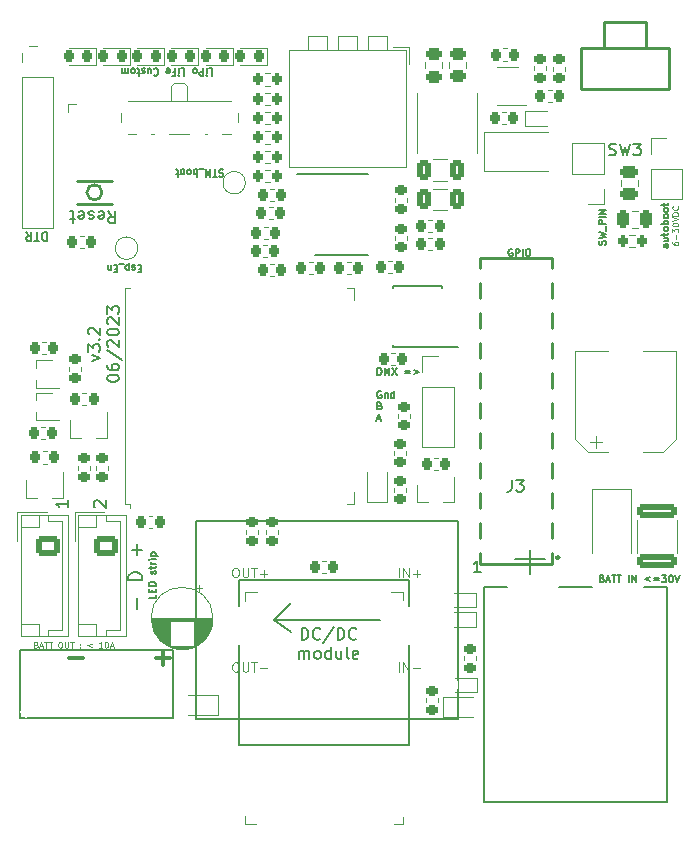
<source format=gbr>
%TF.GenerationSoftware,KiCad,Pcbnew,8.0.3*%
%TF.CreationDate,2024-09-27T14:44:26+02:00*%
%TF.ProjectId,KXKM_ESP32_battery_management_board,4b584b4d-5f45-4535-9033-325f62617474,3.2*%
%TF.SameCoordinates,PX623a7c0PY839b680*%
%TF.FileFunction,Legend,Top*%
%TF.FilePolarity,Positive*%
%FSLAX46Y46*%
G04 Gerber Fmt 4.6, Leading zero omitted, Abs format (unit mm)*
G04 Created by KiCad (PCBNEW 8.0.3) date 2024-09-27 14:44:26*
%MOMM*%
%LPD*%
G01*
G04 APERTURE LIST*
G04 Aperture macros list*
%AMRoundRect*
0 Rectangle with rounded corners*
0 $1 Rounding radius*
0 $2 $3 $4 $5 $6 $7 $8 $9 X,Y pos of 4 corners*
0 Add a 4 corners polygon primitive as box body*
4,1,4,$2,$3,$4,$5,$6,$7,$8,$9,$2,$3,0*
0 Add four circle primitives for the rounded corners*
1,1,$1+$1,$2,$3*
1,1,$1+$1,$4,$5*
1,1,$1+$1,$6,$7*
1,1,$1+$1,$8,$9*
0 Add four rect primitives between the rounded corners*
20,1,$1+$1,$2,$3,$4,$5,0*
20,1,$1+$1,$4,$5,$6,$7,0*
20,1,$1+$1,$6,$7,$8,$9,0*
20,1,$1+$1,$8,$9,$2,$3,0*%
G04 Aperture macros list end*
%ADD10C,0.150000*%
%ADD11C,0.300000*%
%ADD12C,0.200000*%
%ADD13C,0.125000*%
%ADD14C,0.100000*%
%ADD15C,0.250000*%
%ADD16C,0.120000*%
%ADD17C,0.127000*%
%ADD18C,1.300000*%
%ADD19R,3.200000X0.800000*%
%ADD20C,2.000000*%
%ADD21C,1.500000*%
%ADD22C,4.500880*%
%ADD23RoundRect,0.218750X-0.218750X-0.256250X0.218750X-0.256250X0.218750X0.256250X-0.218750X0.256250X0*%
%ADD24RoundRect,0.218750X-0.256250X0.218750X-0.256250X-0.218750X0.256250X-0.218750X0.256250X0.218750X0*%
%ADD25C,1.800000*%
%ADD26C,3.300000*%
%ADD27RoundRect,0.218750X0.218750X0.256250X-0.218750X0.256250X-0.218750X-0.256250X0.218750X-0.256250X0*%
%ADD28RoundRect,0.218750X0.256250X-0.218750X0.256250X0.218750X-0.256250X0.218750X-0.256250X-0.218750X0*%
%ADD29R,1.450000X0.450000*%
%ADD30C,3.200000*%
%ADD31R,1.700000X1.700000*%
%ADD32O,1.700000X1.700000*%
%ADD33R,2.500000X3.500000*%
%ADD34R,1.000000X0.800000*%
%ADD35C,0.900000*%
%ADD36R,0.700000X1.500000*%
%ADD37RoundRect,0.249998X-1.450002X0.312502X-1.450002X-0.312502X1.450002X-0.312502X1.450002X0.312502X0*%
%ADD38R,2.500000X1.800000*%
%ADD39R,0.600000X0.700000*%
%ADD40R,1.060000X0.650000*%
%ADD41RoundRect,0.243750X0.456250X-0.243750X0.456250X0.243750X-0.456250X0.243750X-0.456250X-0.243750X0*%
%ADD42R,1.800000X2.500000*%
%ADD43RoundRect,0.250000X0.375000X0.625000X-0.375000X0.625000X-0.375000X-0.625000X0.375000X-0.625000X0*%
%ADD44R,0.450000X0.600000*%
%ADD45R,1.550000X0.600000*%
%ADD46C,1.000000*%
%ADD47R,0.800000X0.900000*%
%ADD48R,2.000000X2.000000*%
%ADD49C,0.990600*%
%ADD50C,0.787400*%
%ADD51RoundRect,0.250000X-0.725000X0.600000X-0.725000X-0.600000X0.725000X-0.600000X0.725000X0.600000X0*%
%ADD52O,1.950000X1.700000*%
%ADD53R,0.900000X2.000000*%
%ADD54R,2.000000X0.900000*%
%ADD55R,5.000000X5.000000*%
%ADD56R,4.200000X1.500000*%
%ADD57R,0.700000X0.450000*%
%ADD58RoundRect,0.250000X0.250000X0.475000X-0.250000X0.475000X-0.250000X-0.475000X0.250000X-0.475000X0*%
%ADD59R,0.600000X0.450000*%
%ADD60RoundRect,0.200000X0.200000X0.275000X-0.200000X0.275000X-0.200000X-0.275000X0.200000X-0.275000X0*%
%ADD61RoundRect,0.200000X-0.200000X-0.275000X0.200000X-0.275000X0.200000X0.275000X-0.200000X0.275000X0*%
%ADD62R,1.600000X1.600000*%
%ADD63O,1.600000X1.600000*%
%ADD64R,3.716000X3.716000*%
%ADD65C,3.716000*%
%ADD66O,1.200000X2.400000*%
%ADD67C,1.600000*%
%ADD68RoundRect,0.250000X-0.475000X0.250000X-0.475000X-0.250000X0.475000X-0.250000X0.475000X0.250000X0*%
%ADD69R,0.800000X1.520000*%
G04 APERTURE END LIST*
D10*
X13250000Y250000D02*
X250000Y250000D01*
X250000Y250000D02*
X250000Y6000000D01*
X13250000Y6000000D02*
X250000Y6000000D01*
X13250000Y250000D02*
X13250000Y6000000D01*
D11*
X11828571Y5293100D02*
X12971429Y5293100D01*
X12400000Y4721672D02*
X12400000Y5864529D01*
D10*
X2567142Y41402296D02*
X2567142Y40602296D01*
X2567142Y40602296D02*
X2388571Y40602296D01*
X2388571Y40602296D02*
X2281428Y40640391D01*
X2281428Y40640391D02*
X2209999Y40716581D01*
X2209999Y40716581D02*
X2174285Y40792772D01*
X2174285Y40792772D02*
X2138571Y40945153D01*
X2138571Y40945153D02*
X2138571Y41059439D01*
X2138571Y41059439D02*
X2174285Y41211820D01*
X2174285Y41211820D02*
X2209999Y41288010D01*
X2209999Y41288010D02*
X2281428Y41364200D01*
X2281428Y41364200D02*
X2388571Y41402296D01*
X2388571Y41402296D02*
X2567142Y41402296D01*
X1924285Y40602296D02*
X1495714Y40602296D01*
X1709999Y41402296D02*
X1709999Y40602296D01*
X817142Y41402296D02*
X1067142Y41021343D01*
X1245713Y41402296D02*
X1245713Y40602296D01*
X1245713Y40602296D02*
X959999Y40602296D01*
X959999Y40602296D02*
X888570Y40640391D01*
X888570Y40640391D02*
X852856Y40678486D01*
X852856Y40678486D02*
X817142Y40754677D01*
X817142Y40754677D02*
X817142Y40868962D01*
X817142Y40868962D02*
X852856Y40945153D01*
X852856Y40945153D02*
X888570Y40983248D01*
X888570Y40983248D02*
X959999Y41021343D01*
X959999Y41021343D02*
X1245713Y41021343D01*
X30541541Y29262161D02*
X30541541Y29862161D01*
X30541541Y29862161D02*
X30684398Y29862161D01*
X30684398Y29862161D02*
X30770112Y29833590D01*
X30770112Y29833590D02*
X30827255Y29776447D01*
X30827255Y29776447D02*
X30855826Y29719304D01*
X30855826Y29719304D02*
X30884398Y29605018D01*
X30884398Y29605018D02*
X30884398Y29519304D01*
X30884398Y29519304D02*
X30855826Y29405018D01*
X30855826Y29405018D02*
X30827255Y29347875D01*
X30827255Y29347875D02*
X30770112Y29290732D01*
X30770112Y29290732D02*
X30684398Y29262161D01*
X30684398Y29262161D02*
X30541541Y29262161D01*
X31141541Y29262161D02*
X31141541Y29862161D01*
X31141541Y29862161D02*
X31341541Y29433590D01*
X31341541Y29433590D02*
X31541541Y29862161D01*
X31541541Y29862161D02*
X31541541Y29262161D01*
X31770112Y29862161D02*
X32170112Y29262161D01*
X32170112Y29862161D02*
X31770112Y29262161D01*
X32855827Y29576447D02*
X33312970Y29576447D01*
X33312970Y29405018D02*
X32855827Y29405018D01*
X33598684Y29662161D02*
X34055827Y29490732D01*
X34055827Y29490732D02*
X33598684Y29319304D01*
X30855826Y27901658D02*
X30798684Y27930229D01*
X30798684Y27930229D02*
X30712969Y27930229D01*
X30712969Y27930229D02*
X30627255Y27901658D01*
X30627255Y27901658D02*
X30570112Y27844515D01*
X30570112Y27844515D02*
X30541541Y27787372D01*
X30541541Y27787372D02*
X30512969Y27673086D01*
X30512969Y27673086D02*
X30512969Y27587372D01*
X30512969Y27587372D02*
X30541541Y27473086D01*
X30541541Y27473086D02*
X30570112Y27415943D01*
X30570112Y27415943D02*
X30627255Y27358800D01*
X30627255Y27358800D02*
X30712969Y27330229D01*
X30712969Y27330229D02*
X30770112Y27330229D01*
X30770112Y27330229D02*
X30855826Y27358800D01*
X30855826Y27358800D02*
X30884398Y27387372D01*
X30884398Y27387372D02*
X30884398Y27587372D01*
X30884398Y27587372D02*
X30770112Y27587372D01*
X31141541Y27730229D02*
X31141541Y27330229D01*
X31141541Y27673086D02*
X31170112Y27701658D01*
X31170112Y27701658D02*
X31227255Y27730229D01*
X31227255Y27730229D02*
X31312969Y27730229D01*
X31312969Y27730229D02*
X31370112Y27701658D01*
X31370112Y27701658D02*
X31398684Y27644515D01*
X31398684Y27644515D02*
X31398684Y27330229D01*
X31941541Y27330229D02*
X31941541Y27930229D01*
X31941541Y27358800D02*
X31884398Y27330229D01*
X31884398Y27330229D02*
X31770112Y27330229D01*
X31770112Y27330229D02*
X31712969Y27358800D01*
X31712969Y27358800D02*
X31684398Y27387372D01*
X31684398Y27387372D02*
X31655826Y27444515D01*
X31655826Y27444515D02*
X31655826Y27615943D01*
X31655826Y27615943D02*
X31684398Y27673086D01*
X31684398Y27673086D02*
X31712969Y27701658D01*
X31712969Y27701658D02*
X31770112Y27730229D01*
X31770112Y27730229D02*
X31884398Y27730229D01*
X31884398Y27730229D02*
X31941541Y27701658D01*
X30741541Y26678549D02*
X30827255Y26649977D01*
X30827255Y26649977D02*
X30855826Y26621406D01*
X30855826Y26621406D02*
X30884398Y26564263D01*
X30884398Y26564263D02*
X30884398Y26478549D01*
X30884398Y26478549D02*
X30855826Y26421406D01*
X30855826Y26421406D02*
X30827255Y26392834D01*
X30827255Y26392834D02*
X30770112Y26364263D01*
X30770112Y26364263D02*
X30541541Y26364263D01*
X30541541Y26364263D02*
X30541541Y26964263D01*
X30541541Y26964263D02*
X30741541Y26964263D01*
X30741541Y26964263D02*
X30798684Y26935692D01*
X30798684Y26935692D02*
X30827255Y26907120D01*
X30827255Y26907120D02*
X30855826Y26849977D01*
X30855826Y26849977D02*
X30855826Y26792834D01*
X30855826Y26792834D02*
X30827255Y26735692D01*
X30827255Y26735692D02*
X30798684Y26707120D01*
X30798684Y26707120D02*
X30741541Y26678549D01*
X30741541Y26678549D02*
X30541541Y26678549D01*
X30512969Y25569726D02*
X30798684Y25569726D01*
X30455826Y25398297D02*
X30655826Y25998297D01*
X30655826Y25998297D02*
X30855826Y25398297D01*
X49542857Y12044515D02*
X49628571Y12015943D01*
X49628571Y12015943D02*
X49657142Y11987372D01*
X49657142Y11987372D02*
X49685714Y11930229D01*
X49685714Y11930229D02*
X49685714Y11844515D01*
X49685714Y11844515D02*
X49657142Y11787372D01*
X49657142Y11787372D02*
X49628571Y11758800D01*
X49628571Y11758800D02*
X49571428Y11730229D01*
X49571428Y11730229D02*
X49342857Y11730229D01*
X49342857Y11730229D02*
X49342857Y12330229D01*
X49342857Y12330229D02*
X49542857Y12330229D01*
X49542857Y12330229D02*
X49600000Y12301658D01*
X49600000Y12301658D02*
X49628571Y12273086D01*
X49628571Y12273086D02*
X49657142Y12215943D01*
X49657142Y12215943D02*
X49657142Y12158800D01*
X49657142Y12158800D02*
X49628571Y12101658D01*
X49628571Y12101658D02*
X49600000Y12073086D01*
X49600000Y12073086D02*
X49542857Y12044515D01*
X49542857Y12044515D02*
X49342857Y12044515D01*
X49914285Y11901658D02*
X50200000Y11901658D01*
X49857142Y11730229D02*
X50057142Y12330229D01*
X50057142Y12330229D02*
X50257142Y11730229D01*
X50371428Y12330229D02*
X50714286Y12330229D01*
X50542857Y11730229D02*
X50542857Y12330229D01*
X50828571Y12330229D02*
X51171429Y12330229D01*
X51000000Y11730229D02*
X51000000Y12330229D01*
X51828572Y11730229D02*
X51828572Y12330229D01*
X52114286Y11730229D02*
X52114286Y12330229D01*
X52114286Y12330229D02*
X52457143Y11730229D01*
X52457143Y11730229D02*
X52457143Y12330229D01*
X53657143Y12130229D02*
X53200000Y11958800D01*
X53200000Y11958800D02*
X53657143Y11787372D01*
X53942857Y12044515D02*
X54400000Y12044515D01*
X54400000Y11873086D02*
X53942857Y11873086D01*
X54628571Y12330229D02*
X54999999Y12330229D01*
X54999999Y12330229D02*
X54799999Y12101658D01*
X54799999Y12101658D02*
X54885714Y12101658D01*
X54885714Y12101658D02*
X54942857Y12073086D01*
X54942857Y12073086D02*
X54971428Y12044515D01*
X54971428Y12044515D02*
X54999999Y11987372D01*
X54999999Y11987372D02*
X54999999Y11844515D01*
X54999999Y11844515D02*
X54971428Y11787372D01*
X54971428Y11787372D02*
X54942857Y11758800D01*
X54942857Y11758800D02*
X54885714Y11730229D01*
X54885714Y11730229D02*
X54714285Y11730229D01*
X54714285Y11730229D02*
X54657142Y11758800D01*
X54657142Y11758800D02*
X54628571Y11787372D01*
X55371428Y12330229D02*
X55428571Y12330229D01*
X55428571Y12330229D02*
X55485714Y12301658D01*
X55485714Y12301658D02*
X55514286Y12273086D01*
X55514286Y12273086D02*
X55542857Y12215943D01*
X55542857Y12215943D02*
X55571428Y12101658D01*
X55571428Y12101658D02*
X55571428Y11958800D01*
X55571428Y11958800D02*
X55542857Y11844515D01*
X55542857Y11844515D02*
X55514286Y11787372D01*
X55514286Y11787372D02*
X55485714Y11758800D01*
X55485714Y11758800D02*
X55428571Y11730229D01*
X55428571Y11730229D02*
X55371428Y11730229D01*
X55371428Y11730229D02*
X55314286Y11758800D01*
X55314286Y11758800D02*
X55285714Y11787372D01*
X55285714Y11787372D02*
X55257143Y11844515D01*
X55257143Y11844515D02*
X55228571Y11958800D01*
X55228571Y11958800D02*
X55228571Y12101658D01*
X55228571Y12101658D02*
X55257143Y12215943D01*
X55257143Y12215943D02*
X55285714Y12273086D01*
X55285714Y12273086D02*
X55314286Y12301658D01*
X55314286Y12301658D02*
X55371428Y12330229D01*
X55742857Y12330229D02*
X55942857Y11730229D01*
X55942857Y11730229D02*
X56142857Y12330229D01*
X11769771Y10671430D02*
X11769771Y10385716D01*
X11769771Y10385716D02*
X11169771Y10385716D01*
X11455485Y10871430D02*
X11455485Y11071430D01*
X11769771Y11157144D02*
X11769771Y10871430D01*
X11769771Y10871430D02*
X11169771Y10871430D01*
X11169771Y10871430D02*
X11169771Y11157144D01*
X11769771Y11414287D02*
X11169771Y11414287D01*
X11169771Y11414287D02*
X11169771Y11557144D01*
X11169771Y11557144D02*
X11198342Y11642858D01*
X11198342Y11642858D02*
X11255485Y11700001D01*
X11255485Y11700001D02*
X11312628Y11728572D01*
X11312628Y11728572D02*
X11426914Y11757144D01*
X11426914Y11757144D02*
X11512628Y11757144D01*
X11512628Y11757144D02*
X11626914Y11728572D01*
X11626914Y11728572D02*
X11684057Y11700001D01*
X11684057Y11700001D02*
X11741200Y11642858D01*
X11741200Y11642858D02*
X11769771Y11557144D01*
X11769771Y11557144D02*
X11769771Y11414287D01*
X11741200Y12442858D02*
X11769771Y12500001D01*
X11769771Y12500001D02*
X11769771Y12614287D01*
X11769771Y12614287D02*
X11741200Y12671430D01*
X11741200Y12671430D02*
X11684057Y12700001D01*
X11684057Y12700001D02*
X11655485Y12700001D01*
X11655485Y12700001D02*
X11598342Y12671430D01*
X11598342Y12671430D02*
X11569771Y12614287D01*
X11569771Y12614287D02*
X11569771Y12528572D01*
X11569771Y12528572D02*
X11541200Y12471430D01*
X11541200Y12471430D02*
X11484057Y12442858D01*
X11484057Y12442858D02*
X11455485Y12442858D01*
X11455485Y12442858D02*
X11398342Y12471430D01*
X11398342Y12471430D02*
X11369771Y12528572D01*
X11369771Y12528572D02*
X11369771Y12614287D01*
X11369771Y12614287D02*
X11398342Y12671430D01*
X11369771Y12871429D02*
X11369771Y13100001D01*
X11169771Y12957144D02*
X11684057Y12957144D01*
X11684057Y12957144D02*
X11741200Y12985715D01*
X11741200Y12985715D02*
X11769771Y13042858D01*
X11769771Y13042858D02*
X11769771Y13100001D01*
X11769771Y13300001D02*
X11369771Y13300001D01*
X11484057Y13300001D02*
X11426914Y13328572D01*
X11426914Y13328572D02*
X11398342Y13357143D01*
X11398342Y13357143D02*
X11369771Y13414286D01*
X11369771Y13414286D02*
X11369771Y13471429D01*
X11769771Y13671430D02*
X11369771Y13671430D01*
X11169771Y13671430D02*
X11198342Y13642858D01*
X11198342Y13642858D02*
X11226914Y13671430D01*
X11226914Y13671430D02*
X11198342Y13700001D01*
X11198342Y13700001D02*
X11169771Y13671430D01*
X11169771Y13671430D02*
X11226914Y13671430D01*
X11369771Y13957144D02*
X11969771Y13957144D01*
X11398342Y13957144D02*
X11369771Y14014286D01*
X11369771Y14014286D02*
X11369771Y14128572D01*
X11369771Y14128572D02*
X11398342Y14185715D01*
X11398342Y14185715D02*
X11426914Y14214286D01*
X11426914Y14214286D02*
X11484057Y14242858D01*
X11484057Y14242858D02*
X11655485Y14242858D01*
X11655485Y14242858D02*
X11712628Y14214286D01*
X11712628Y14214286D02*
X11741200Y14185715D01*
X11741200Y14185715D02*
X11769771Y14128572D01*
X11769771Y14128572D02*
X11769771Y14014286D01*
X11769771Y14014286D02*
X11741200Y13957144D01*
D12*
X10187600Y9485715D02*
X10187600Y10400000D01*
X10644742Y11885715D02*
X9444742Y11885715D01*
X9444742Y11885715D02*
X9444742Y12171429D01*
X9444742Y12171429D02*
X9501885Y12342858D01*
X9501885Y12342858D02*
X9616171Y12457143D01*
X9616171Y12457143D02*
X9730457Y12514286D01*
X9730457Y12514286D02*
X9959028Y12571429D01*
X9959028Y12571429D02*
X10130457Y12571429D01*
X10130457Y12571429D02*
X10359028Y12514286D01*
X10359028Y12514286D02*
X10473314Y12457143D01*
X10473314Y12457143D02*
X10587600Y12342858D01*
X10587600Y12342858D02*
X10644742Y12171429D01*
X10644742Y12171429D02*
X10644742Y11885715D01*
X10187600Y14000001D02*
X10187600Y14914286D01*
X10644742Y14457144D02*
X9730457Y14457144D01*
D10*
X4302875Y18651715D02*
X4302875Y18080287D01*
X4302875Y18366001D02*
X3302875Y18366001D01*
X3302875Y18366001D02*
X3445732Y18270763D01*
X3445732Y18270763D02*
X3540970Y18175525D01*
X3540970Y18175525D02*
X3588589Y18080287D01*
X6618001Y18080287D02*
X6570382Y18127906D01*
X6570382Y18127906D02*
X6522763Y18223144D01*
X6522763Y18223144D02*
X6522763Y18461239D01*
X6522763Y18461239D02*
X6570382Y18556477D01*
X6570382Y18556477D02*
X6618001Y18604096D01*
X6618001Y18604096D02*
X6713239Y18651715D01*
X6713239Y18651715D02*
X6808477Y18651715D01*
X6808477Y18651715D02*
X6951334Y18604096D01*
X6951334Y18604096D02*
X7522763Y18032668D01*
X7522763Y18032668D02*
X7522763Y18651715D01*
D12*
X7738095Y43152220D02*
X8071428Y42676029D01*
X8309523Y43152220D02*
X8309523Y42152220D01*
X8309523Y42152220D02*
X7928571Y42152220D01*
X7928571Y42152220D02*
X7833333Y42199839D01*
X7833333Y42199839D02*
X7785714Y42247458D01*
X7785714Y42247458D02*
X7738095Y42342696D01*
X7738095Y42342696D02*
X7738095Y42485553D01*
X7738095Y42485553D02*
X7785714Y42580791D01*
X7785714Y42580791D02*
X7833333Y42628410D01*
X7833333Y42628410D02*
X7928571Y42676029D01*
X7928571Y42676029D02*
X8309523Y42676029D01*
X6928571Y43104600D02*
X7023809Y43152220D01*
X7023809Y43152220D02*
X7214285Y43152220D01*
X7214285Y43152220D02*
X7309523Y43104600D01*
X7309523Y43104600D02*
X7357142Y43009362D01*
X7357142Y43009362D02*
X7357142Y42628410D01*
X7357142Y42628410D02*
X7309523Y42533172D01*
X7309523Y42533172D02*
X7214285Y42485553D01*
X7214285Y42485553D02*
X7023809Y42485553D01*
X7023809Y42485553D02*
X6928571Y42533172D01*
X6928571Y42533172D02*
X6880952Y42628410D01*
X6880952Y42628410D02*
X6880952Y42723648D01*
X6880952Y42723648D02*
X7357142Y42818886D01*
X6499999Y43104600D02*
X6404761Y43152220D01*
X6404761Y43152220D02*
X6214285Y43152220D01*
X6214285Y43152220D02*
X6119047Y43104600D01*
X6119047Y43104600D02*
X6071428Y43009362D01*
X6071428Y43009362D02*
X6071428Y42961743D01*
X6071428Y42961743D02*
X6119047Y42866505D01*
X6119047Y42866505D02*
X6214285Y42818886D01*
X6214285Y42818886D02*
X6357142Y42818886D01*
X6357142Y42818886D02*
X6452380Y42771267D01*
X6452380Y42771267D02*
X6499999Y42676029D01*
X6499999Y42676029D02*
X6499999Y42628410D01*
X6499999Y42628410D02*
X6452380Y42533172D01*
X6452380Y42533172D02*
X6357142Y42485553D01*
X6357142Y42485553D02*
X6214285Y42485553D01*
X6214285Y42485553D02*
X6119047Y42533172D01*
X5261904Y43104600D02*
X5357142Y43152220D01*
X5357142Y43152220D02*
X5547618Y43152220D01*
X5547618Y43152220D02*
X5642856Y43104600D01*
X5642856Y43104600D02*
X5690475Y43009362D01*
X5690475Y43009362D02*
X5690475Y42628410D01*
X5690475Y42628410D02*
X5642856Y42533172D01*
X5642856Y42533172D02*
X5547618Y42485553D01*
X5547618Y42485553D02*
X5357142Y42485553D01*
X5357142Y42485553D02*
X5261904Y42533172D01*
X5261904Y42533172D02*
X5214285Y42628410D01*
X5214285Y42628410D02*
X5214285Y42723648D01*
X5214285Y42723648D02*
X5690475Y42818886D01*
X4928570Y42485553D02*
X4547618Y42485553D01*
X4785713Y42152220D02*
X4785713Y43009362D01*
X4785713Y43009362D02*
X4738094Y43104600D01*
X4738094Y43104600D02*
X4642856Y43152220D01*
X4642856Y43152220D02*
X4547618Y43152220D01*
D11*
X4428571Y5343100D02*
X5571429Y5343100D01*
D10*
X10514284Y38255486D02*
X10314284Y38255486D01*
X10228570Y38569772D02*
X10514284Y38569772D01*
X10514284Y38569772D02*
X10514284Y37969772D01*
X10514284Y37969772D02*
X10228570Y37969772D01*
X9999999Y38541200D02*
X9942856Y38569772D01*
X9942856Y38569772D02*
X9828570Y38569772D01*
X9828570Y38569772D02*
X9771427Y38541200D01*
X9771427Y38541200D02*
X9742856Y38484058D01*
X9742856Y38484058D02*
X9742856Y38455486D01*
X9742856Y38455486D02*
X9771427Y38398343D01*
X9771427Y38398343D02*
X9828570Y38369772D01*
X9828570Y38369772D02*
X9914285Y38369772D01*
X9914285Y38369772D02*
X9971427Y38341200D01*
X9971427Y38341200D02*
X9999999Y38284058D01*
X9999999Y38284058D02*
X9999999Y38255486D01*
X9999999Y38255486D02*
X9971427Y38198343D01*
X9971427Y38198343D02*
X9914285Y38169772D01*
X9914285Y38169772D02*
X9828570Y38169772D01*
X9828570Y38169772D02*
X9771427Y38198343D01*
X9485713Y38169772D02*
X9485713Y38769772D01*
X9485713Y38198343D02*
X9428571Y38169772D01*
X9428571Y38169772D02*
X9314285Y38169772D01*
X9314285Y38169772D02*
X9257142Y38198343D01*
X9257142Y38198343D02*
X9228571Y38226915D01*
X9228571Y38226915D02*
X9199999Y38284058D01*
X9199999Y38284058D02*
X9199999Y38455486D01*
X9199999Y38455486D02*
X9228571Y38512629D01*
X9228571Y38512629D02*
X9257142Y38541200D01*
X9257142Y38541200D02*
X9314285Y38569772D01*
X9314285Y38569772D02*
X9428571Y38569772D01*
X9428571Y38569772D02*
X9485713Y38541200D01*
X9085714Y38626915D02*
X8628571Y38626915D01*
X8485713Y38255486D02*
X8285713Y38255486D01*
X8199999Y38569772D02*
X8485713Y38569772D01*
X8485713Y38569772D02*
X8485713Y37969772D01*
X8485713Y37969772D02*
X8199999Y37969772D01*
X7942856Y38169772D02*
X7942856Y38569772D01*
X7942856Y38226915D02*
X7914285Y38198343D01*
X7914285Y38198343D02*
X7857142Y38169772D01*
X7857142Y38169772D02*
X7771428Y38169772D01*
X7771428Y38169772D02*
X7714285Y38198343D01*
X7714285Y38198343D02*
X7685714Y38255486D01*
X7685714Y38255486D02*
X7685714Y38569772D01*
X24114286Y6850153D02*
X24114286Y7850153D01*
X24114286Y7850153D02*
X24352381Y7850153D01*
X24352381Y7850153D02*
X24495238Y7802534D01*
X24495238Y7802534D02*
X24590476Y7707296D01*
X24590476Y7707296D02*
X24638095Y7612058D01*
X24638095Y7612058D02*
X24685714Y7421582D01*
X24685714Y7421582D02*
X24685714Y7278725D01*
X24685714Y7278725D02*
X24638095Y7088249D01*
X24638095Y7088249D02*
X24590476Y6993011D01*
X24590476Y6993011D02*
X24495238Y6897772D01*
X24495238Y6897772D02*
X24352381Y6850153D01*
X24352381Y6850153D02*
X24114286Y6850153D01*
X25685714Y6945392D02*
X25638095Y6897772D01*
X25638095Y6897772D02*
X25495238Y6850153D01*
X25495238Y6850153D02*
X25400000Y6850153D01*
X25400000Y6850153D02*
X25257143Y6897772D01*
X25257143Y6897772D02*
X25161905Y6993011D01*
X25161905Y6993011D02*
X25114286Y7088249D01*
X25114286Y7088249D02*
X25066667Y7278725D01*
X25066667Y7278725D02*
X25066667Y7421582D01*
X25066667Y7421582D02*
X25114286Y7612058D01*
X25114286Y7612058D02*
X25161905Y7707296D01*
X25161905Y7707296D02*
X25257143Y7802534D01*
X25257143Y7802534D02*
X25400000Y7850153D01*
X25400000Y7850153D02*
X25495238Y7850153D01*
X25495238Y7850153D02*
X25638095Y7802534D01*
X25638095Y7802534D02*
X25685714Y7754915D01*
X26828571Y7897772D02*
X25971429Y6612058D01*
X27161905Y6850153D02*
X27161905Y7850153D01*
X27161905Y7850153D02*
X27400000Y7850153D01*
X27400000Y7850153D02*
X27542857Y7802534D01*
X27542857Y7802534D02*
X27638095Y7707296D01*
X27638095Y7707296D02*
X27685714Y7612058D01*
X27685714Y7612058D02*
X27733333Y7421582D01*
X27733333Y7421582D02*
X27733333Y7278725D01*
X27733333Y7278725D02*
X27685714Y7088249D01*
X27685714Y7088249D02*
X27638095Y6993011D01*
X27638095Y6993011D02*
X27542857Y6897772D01*
X27542857Y6897772D02*
X27400000Y6850153D01*
X27400000Y6850153D02*
X27161905Y6850153D01*
X28733333Y6945392D02*
X28685714Y6897772D01*
X28685714Y6897772D02*
X28542857Y6850153D01*
X28542857Y6850153D02*
X28447619Y6850153D01*
X28447619Y6850153D02*
X28304762Y6897772D01*
X28304762Y6897772D02*
X28209524Y6993011D01*
X28209524Y6993011D02*
X28161905Y7088249D01*
X28161905Y7088249D02*
X28114286Y7278725D01*
X28114286Y7278725D02*
X28114286Y7421582D01*
X28114286Y7421582D02*
X28161905Y7612058D01*
X28161905Y7612058D02*
X28209524Y7707296D01*
X28209524Y7707296D02*
X28304762Y7802534D01*
X28304762Y7802534D02*
X28447619Y7850153D01*
X28447619Y7850153D02*
X28542857Y7850153D01*
X28542857Y7850153D02*
X28685714Y7802534D01*
X28685714Y7802534D02*
X28733333Y7754915D01*
X23923809Y5240209D02*
X23923809Y5906876D01*
X23923809Y5811638D02*
X23971428Y5859257D01*
X23971428Y5859257D02*
X24066666Y5906876D01*
X24066666Y5906876D02*
X24209523Y5906876D01*
X24209523Y5906876D02*
X24304761Y5859257D01*
X24304761Y5859257D02*
X24352380Y5764019D01*
X24352380Y5764019D02*
X24352380Y5240209D01*
X24352380Y5764019D02*
X24399999Y5859257D01*
X24399999Y5859257D02*
X24495237Y5906876D01*
X24495237Y5906876D02*
X24638094Y5906876D01*
X24638094Y5906876D02*
X24733333Y5859257D01*
X24733333Y5859257D02*
X24780952Y5764019D01*
X24780952Y5764019D02*
X24780952Y5240209D01*
X25399999Y5240209D02*
X25304761Y5287828D01*
X25304761Y5287828D02*
X25257142Y5335448D01*
X25257142Y5335448D02*
X25209523Y5430686D01*
X25209523Y5430686D02*
X25209523Y5716400D01*
X25209523Y5716400D02*
X25257142Y5811638D01*
X25257142Y5811638D02*
X25304761Y5859257D01*
X25304761Y5859257D02*
X25399999Y5906876D01*
X25399999Y5906876D02*
X25542856Y5906876D01*
X25542856Y5906876D02*
X25638094Y5859257D01*
X25638094Y5859257D02*
X25685713Y5811638D01*
X25685713Y5811638D02*
X25733332Y5716400D01*
X25733332Y5716400D02*
X25733332Y5430686D01*
X25733332Y5430686D02*
X25685713Y5335448D01*
X25685713Y5335448D02*
X25638094Y5287828D01*
X25638094Y5287828D02*
X25542856Y5240209D01*
X25542856Y5240209D02*
X25399999Y5240209D01*
X26590475Y5240209D02*
X26590475Y6240209D01*
X26590475Y5287828D02*
X26495237Y5240209D01*
X26495237Y5240209D02*
X26304761Y5240209D01*
X26304761Y5240209D02*
X26209523Y5287828D01*
X26209523Y5287828D02*
X26161904Y5335448D01*
X26161904Y5335448D02*
X26114285Y5430686D01*
X26114285Y5430686D02*
X26114285Y5716400D01*
X26114285Y5716400D02*
X26161904Y5811638D01*
X26161904Y5811638D02*
X26209523Y5859257D01*
X26209523Y5859257D02*
X26304761Y5906876D01*
X26304761Y5906876D02*
X26495237Y5906876D01*
X26495237Y5906876D02*
X26590475Y5859257D01*
X27495237Y5906876D02*
X27495237Y5240209D01*
X27066666Y5906876D02*
X27066666Y5383067D01*
X27066666Y5383067D02*
X27114285Y5287828D01*
X27114285Y5287828D02*
X27209523Y5240209D01*
X27209523Y5240209D02*
X27352380Y5240209D01*
X27352380Y5240209D02*
X27447618Y5287828D01*
X27447618Y5287828D02*
X27495237Y5335448D01*
X28114285Y5240209D02*
X28019047Y5287828D01*
X28019047Y5287828D02*
X27971428Y5383067D01*
X27971428Y5383067D02*
X27971428Y6240209D01*
X28876190Y5287828D02*
X28780952Y5240209D01*
X28780952Y5240209D02*
X28590476Y5240209D01*
X28590476Y5240209D02*
X28495238Y5287828D01*
X28495238Y5287828D02*
X28447619Y5383067D01*
X28447619Y5383067D02*
X28447619Y5764019D01*
X28447619Y5764019D02*
X28495238Y5859257D01*
X28495238Y5859257D02*
X28590476Y5906876D01*
X28590476Y5906876D02*
X28780952Y5906876D01*
X28780952Y5906876D02*
X28876190Y5859257D01*
X28876190Y5859257D02*
X28923809Y5764019D01*
X28923809Y5764019D02*
X28923809Y5668781D01*
X28923809Y5668781D02*
X28447619Y5573543D01*
X49841200Y40300001D02*
X49869771Y40385715D01*
X49869771Y40385715D02*
X49869771Y40528573D01*
X49869771Y40528573D02*
X49841200Y40585715D01*
X49841200Y40585715D02*
X49812628Y40614287D01*
X49812628Y40614287D02*
X49755485Y40642858D01*
X49755485Y40642858D02*
X49698342Y40642858D01*
X49698342Y40642858D02*
X49641200Y40614287D01*
X49641200Y40614287D02*
X49612628Y40585715D01*
X49612628Y40585715D02*
X49584057Y40528573D01*
X49584057Y40528573D02*
X49555485Y40414287D01*
X49555485Y40414287D02*
X49526914Y40357144D01*
X49526914Y40357144D02*
X49498342Y40328573D01*
X49498342Y40328573D02*
X49441200Y40300001D01*
X49441200Y40300001D02*
X49384057Y40300001D01*
X49384057Y40300001D02*
X49326914Y40328573D01*
X49326914Y40328573D02*
X49298342Y40357144D01*
X49298342Y40357144D02*
X49269771Y40414287D01*
X49269771Y40414287D02*
X49269771Y40557144D01*
X49269771Y40557144D02*
X49298342Y40642858D01*
X49269771Y40842859D02*
X49869771Y40985716D01*
X49869771Y40985716D02*
X49441200Y41100002D01*
X49441200Y41100002D02*
X49869771Y41214287D01*
X49869771Y41214287D02*
X49269771Y41357144D01*
X49926914Y41442858D02*
X49926914Y41900001D01*
X49869771Y42042859D02*
X49269771Y42042859D01*
X49269771Y42042859D02*
X49269771Y42271430D01*
X49269771Y42271430D02*
X49298342Y42328573D01*
X49298342Y42328573D02*
X49326914Y42357144D01*
X49326914Y42357144D02*
X49384057Y42385716D01*
X49384057Y42385716D02*
X49469771Y42385716D01*
X49469771Y42385716D02*
X49526914Y42357144D01*
X49526914Y42357144D02*
X49555485Y42328573D01*
X49555485Y42328573D02*
X49584057Y42271430D01*
X49584057Y42271430D02*
X49584057Y42042859D01*
X49869771Y42642859D02*
X49269771Y42642859D01*
X49869771Y42928573D02*
X49269771Y42928573D01*
X49269771Y42928573D02*
X49869771Y43271430D01*
X49869771Y43271430D02*
X49269771Y43271430D01*
D12*
X6380580Y30471430D02*
X7047247Y30709525D01*
X7047247Y30709525D02*
X6380580Y30947620D01*
X6047247Y31233335D02*
X6047247Y31852382D01*
X6047247Y31852382D02*
X6428199Y31519049D01*
X6428199Y31519049D02*
X6428199Y31661906D01*
X6428199Y31661906D02*
X6475818Y31757144D01*
X6475818Y31757144D02*
X6523437Y31804763D01*
X6523437Y31804763D02*
X6618675Y31852382D01*
X6618675Y31852382D02*
X6856770Y31852382D01*
X6856770Y31852382D02*
X6952008Y31804763D01*
X6952008Y31804763D02*
X6999628Y31757144D01*
X6999628Y31757144D02*
X7047247Y31661906D01*
X7047247Y31661906D02*
X7047247Y31376192D01*
X7047247Y31376192D02*
X6999628Y31280954D01*
X6999628Y31280954D02*
X6952008Y31233335D01*
X6952008Y32280954D02*
X6999628Y32328573D01*
X6999628Y32328573D02*
X7047247Y32280954D01*
X7047247Y32280954D02*
X6999628Y32233335D01*
X6999628Y32233335D02*
X6952008Y32280954D01*
X6952008Y32280954D02*
X7047247Y32280954D01*
X6142485Y32709525D02*
X6094866Y32757144D01*
X6094866Y32757144D02*
X6047247Y32852382D01*
X6047247Y32852382D02*
X6047247Y33090477D01*
X6047247Y33090477D02*
X6094866Y33185715D01*
X6094866Y33185715D02*
X6142485Y33233334D01*
X6142485Y33233334D02*
X6237723Y33280953D01*
X6237723Y33280953D02*
X6332961Y33280953D01*
X6332961Y33280953D02*
X6475818Y33233334D01*
X6475818Y33233334D02*
X7047247Y32661906D01*
X7047247Y32661906D02*
X7047247Y33280953D01*
X7657191Y28947620D02*
X7657191Y29042858D01*
X7657191Y29042858D02*
X7704810Y29138096D01*
X7704810Y29138096D02*
X7752429Y29185715D01*
X7752429Y29185715D02*
X7847667Y29233334D01*
X7847667Y29233334D02*
X8038143Y29280953D01*
X8038143Y29280953D02*
X8276238Y29280953D01*
X8276238Y29280953D02*
X8466714Y29233334D01*
X8466714Y29233334D02*
X8561952Y29185715D01*
X8561952Y29185715D02*
X8609572Y29138096D01*
X8609572Y29138096D02*
X8657191Y29042858D01*
X8657191Y29042858D02*
X8657191Y28947620D01*
X8657191Y28947620D02*
X8609572Y28852382D01*
X8609572Y28852382D02*
X8561952Y28804763D01*
X8561952Y28804763D02*
X8466714Y28757144D01*
X8466714Y28757144D02*
X8276238Y28709525D01*
X8276238Y28709525D02*
X8038143Y28709525D01*
X8038143Y28709525D02*
X7847667Y28757144D01*
X7847667Y28757144D02*
X7752429Y28804763D01*
X7752429Y28804763D02*
X7704810Y28852382D01*
X7704810Y28852382D02*
X7657191Y28947620D01*
X7657191Y30138096D02*
X7657191Y29947620D01*
X7657191Y29947620D02*
X7704810Y29852382D01*
X7704810Y29852382D02*
X7752429Y29804763D01*
X7752429Y29804763D02*
X7895286Y29709525D01*
X7895286Y29709525D02*
X8085762Y29661906D01*
X8085762Y29661906D02*
X8466714Y29661906D01*
X8466714Y29661906D02*
X8561952Y29709525D01*
X8561952Y29709525D02*
X8609572Y29757144D01*
X8609572Y29757144D02*
X8657191Y29852382D01*
X8657191Y29852382D02*
X8657191Y30042858D01*
X8657191Y30042858D02*
X8609572Y30138096D01*
X8609572Y30138096D02*
X8561952Y30185715D01*
X8561952Y30185715D02*
X8466714Y30233334D01*
X8466714Y30233334D02*
X8228619Y30233334D01*
X8228619Y30233334D02*
X8133381Y30185715D01*
X8133381Y30185715D02*
X8085762Y30138096D01*
X8085762Y30138096D02*
X8038143Y30042858D01*
X8038143Y30042858D02*
X8038143Y29852382D01*
X8038143Y29852382D02*
X8085762Y29757144D01*
X8085762Y29757144D02*
X8133381Y29709525D01*
X8133381Y29709525D02*
X8228619Y29661906D01*
X7609572Y31376191D02*
X8895286Y30519049D01*
X7752429Y31661906D02*
X7704810Y31709525D01*
X7704810Y31709525D02*
X7657191Y31804763D01*
X7657191Y31804763D02*
X7657191Y32042858D01*
X7657191Y32042858D02*
X7704810Y32138096D01*
X7704810Y32138096D02*
X7752429Y32185715D01*
X7752429Y32185715D02*
X7847667Y32233334D01*
X7847667Y32233334D02*
X7942905Y32233334D01*
X7942905Y32233334D02*
X8085762Y32185715D01*
X8085762Y32185715D02*
X8657191Y31614287D01*
X8657191Y31614287D02*
X8657191Y32233334D01*
X7657191Y32852382D02*
X7657191Y32947620D01*
X7657191Y32947620D02*
X7704810Y33042858D01*
X7704810Y33042858D02*
X7752429Y33090477D01*
X7752429Y33090477D02*
X7847667Y33138096D01*
X7847667Y33138096D02*
X8038143Y33185715D01*
X8038143Y33185715D02*
X8276238Y33185715D01*
X8276238Y33185715D02*
X8466714Y33138096D01*
X8466714Y33138096D02*
X8561952Y33090477D01*
X8561952Y33090477D02*
X8609572Y33042858D01*
X8609572Y33042858D02*
X8657191Y32947620D01*
X8657191Y32947620D02*
X8657191Y32852382D01*
X8657191Y32852382D02*
X8609572Y32757144D01*
X8609572Y32757144D02*
X8561952Y32709525D01*
X8561952Y32709525D02*
X8466714Y32661906D01*
X8466714Y32661906D02*
X8276238Y32614287D01*
X8276238Y32614287D02*
X8038143Y32614287D01*
X8038143Y32614287D02*
X7847667Y32661906D01*
X7847667Y32661906D02*
X7752429Y32709525D01*
X7752429Y32709525D02*
X7704810Y32757144D01*
X7704810Y32757144D02*
X7657191Y32852382D01*
X7752429Y33566668D02*
X7704810Y33614287D01*
X7704810Y33614287D02*
X7657191Y33709525D01*
X7657191Y33709525D02*
X7657191Y33947620D01*
X7657191Y33947620D02*
X7704810Y34042858D01*
X7704810Y34042858D02*
X7752429Y34090477D01*
X7752429Y34090477D02*
X7847667Y34138096D01*
X7847667Y34138096D02*
X7942905Y34138096D01*
X7942905Y34138096D02*
X8085762Y34090477D01*
X8085762Y34090477D02*
X8657191Y33519049D01*
X8657191Y33519049D02*
X8657191Y34138096D01*
X7657191Y34471430D02*
X7657191Y35090477D01*
X7657191Y35090477D02*
X8038143Y34757144D01*
X8038143Y34757144D02*
X8038143Y34900001D01*
X8038143Y34900001D02*
X8085762Y34995239D01*
X8085762Y34995239D02*
X8133381Y35042858D01*
X8133381Y35042858D02*
X8228619Y35090477D01*
X8228619Y35090477D02*
X8466714Y35090477D01*
X8466714Y35090477D02*
X8561952Y35042858D01*
X8561952Y35042858D02*
X8609572Y34995239D01*
X8609572Y34995239D02*
X8657191Y34900001D01*
X8657191Y34900001D02*
X8657191Y34614287D01*
X8657191Y34614287D02*
X8609572Y34519049D01*
X8609572Y34519049D02*
X8561952Y34471430D01*
D10*
X41955826Y39901658D02*
X41898684Y39930229D01*
X41898684Y39930229D02*
X41812969Y39930229D01*
X41812969Y39930229D02*
X41727255Y39901658D01*
X41727255Y39901658D02*
X41670112Y39844515D01*
X41670112Y39844515D02*
X41641541Y39787372D01*
X41641541Y39787372D02*
X41612969Y39673086D01*
X41612969Y39673086D02*
X41612969Y39587372D01*
X41612969Y39587372D02*
X41641541Y39473086D01*
X41641541Y39473086D02*
X41670112Y39415943D01*
X41670112Y39415943D02*
X41727255Y39358800D01*
X41727255Y39358800D02*
X41812969Y39330229D01*
X41812969Y39330229D02*
X41870112Y39330229D01*
X41870112Y39330229D02*
X41955826Y39358800D01*
X41955826Y39358800D02*
X41984398Y39387372D01*
X41984398Y39387372D02*
X41984398Y39587372D01*
X41984398Y39587372D02*
X41870112Y39587372D01*
X42241541Y39330229D02*
X42241541Y39930229D01*
X42241541Y39930229D02*
X42470112Y39930229D01*
X42470112Y39930229D02*
X42527255Y39901658D01*
X42527255Y39901658D02*
X42555826Y39873086D01*
X42555826Y39873086D02*
X42584398Y39815943D01*
X42584398Y39815943D02*
X42584398Y39730229D01*
X42584398Y39730229D02*
X42555826Y39673086D01*
X42555826Y39673086D02*
X42527255Y39644515D01*
X42527255Y39644515D02*
X42470112Y39615943D01*
X42470112Y39615943D02*
X42241541Y39615943D01*
X42841541Y39330229D02*
X42841541Y39930229D01*
X43241540Y39930229D02*
X43355826Y39930229D01*
X43355826Y39930229D02*
X43412969Y39901658D01*
X43412969Y39901658D02*
X43470112Y39844515D01*
X43470112Y39844515D02*
X43498683Y39730229D01*
X43498683Y39730229D02*
X43498683Y39530229D01*
X43498683Y39530229D02*
X43470112Y39415943D01*
X43470112Y39415943D02*
X43412969Y39358800D01*
X43412969Y39358800D02*
X43355826Y39330229D01*
X43355826Y39330229D02*
X43241540Y39330229D01*
X43241540Y39330229D02*
X43184398Y39358800D01*
X43184398Y39358800D02*
X43127255Y39415943D01*
X43127255Y39415943D02*
X43098683Y39530229D01*
X43098683Y39530229D02*
X43098683Y39730229D01*
X43098683Y39730229D02*
X43127255Y39844515D01*
X43127255Y39844515D02*
X43184398Y39901658D01*
X43184398Y39901658D02*
X43241540Y39930229D01*
D13*
X55500209Y40507040D02*
X55500209Y40411802D01*
X55500209Y40411802D02*
X55524019Y40364183D01*
X55524019Y40364183D02*
X55547828Y40340373D01*
X55547828Y40340373D02*
X55619257Y40292754D01*
X55619257Y40292754D02*
X55714495Y40268945D01*
X55714495Y40268945D02*
X55904971Y40268945D01*
X55904971Y40268945D02*
X55952590Y40292754D01*
X55952590Y40292754D02*
X55976400Y40316564D01*
X55976400Y40316564D02*
X56000209Y40364183D01*
X56000209Y40364183D02*
X56000209Y40459421D01*
X56000209Y40459421D02*
X55976400Y40507040D01*
X55976400Y40507040D02*
X55952590Y40530849D01*
X55952590Y40530849D02*
X55904971Y40554659D01*
X55904971Y40554659D02*
X55785923Y40554659D01*
X55785923Y40554659D02*
X55738304Y40530849D01*
X55738304Y40530849D02*
X55714495Y40507040D01*
X55714495Y40507040D02*
X55690685Y40459421D01*
X55690685Y40459421D02*
X55690685Y40364183D01*
X55690685Y40364183D02*
X55714495Y40316564D01*
X55714495Y40316564D02*
X55738304Y40292754D01*
X55738304Y40292754D02*
X55785923Y40268945D01*
X55809733Y40768944D02*
X55809733Y41149896D01*
X55500209Y41340373D02*
X55500209Y41649897D01*
X55500209Y41649897D02*
X55690685Y41483230D01*
X55690685Y41483230D02*
X55690685Y41554659D01*
X55690685Y41554659D02*
X55714495Y41602278D01*
X55714495Y41602278D02*
X55738304Y41626087D01*
X55738304Y41626087D02*
X55785923Y41649897D01*
X55785923Y41649897D02*
X55904971Y41649897D01*
X55904971Y41649897D02*
X55952590Y41626087D01*
X55952590Y41626087D02*
X55976400Y41602278D01*
X55976400Y41602278D02*
X56000209Y41554659D01*
X56000209Y41554659D02*
X56000209Y41411802D01*
X56000209Y41411802D02*
X55976400Y41364183D01*
X55976400Y41364183D02*
X55952590Y41340373D01*
X55500209Y41959420D02*
X55500209Y42007039D01*
X55500209Y42007039D02*
X55524019Y42054658D01*
X55524019Y42054658D02*
X55547828Y42078468D01*
X55547828Y42078468D02*
X55595447Y42102277D01*
X55595447Y42102277D02*
X55690685Y42126087D01*
X55690685Y42126087D02*
X55809733Y42126087D01*
X55809733Y42126087D02*
X55904971Y42102277D01*
X55904971Y42102277D02*
X55952590Y42078468D01*
X55952590Y42078468D02*
X55976400Y42054658D01*
X55976400Y42054658D02*
X56000209Y42007039D01*
X56000209Y42007039D02*
X56000209Y41959420D01*
X56000209Y41959420D02*
X55976400Y41911801D01*
X55976400Y41911801D02*
X55952590Y41887992D01*
X55952590Y41887992D02*
X55904971Y41864182D01*
X55904971Y41864182D02*
X55809733Y41840373D01*
X55809733Y41840373D02*
X55690685Y41840373D01*
X55690685Y41840373D02*
X55595447Y41864182D01*
X55595447Y41864182D02*
X55547828Y41887992D01*
X55547828Y41887992D02*
X55524019Y41911801D01*
X55524019Y41911801D02*
X55500209Y41959420D01*
X55500209Y42268944D02*
X56000209Y42435610D01*
X56000209Y42435610D02*
X55500209Y42602277D01*
X56000209Y42768943D02*
X55500209Y42768943D01*
X55500209Y42768943D02*
X55500209Y42887991D01*
X55500209Y42887991D02*
X55524019Y42959419D01*
X55524019Y42959419D02*
X55571638Y43007038D01*
X55571638Y43007038D02*
X55619257Y43030848D01*
X55619257Y43030848D02*
X55714495Y43054657D01*
X55714495Y43054657D02*
X55785923Y43054657D01*
X55785923Y43054657D02*
X55881161Y43030848D01*
X55881161Y43030848D02*
X55928780Y43007038D01*
X55928780Y43007038D02*
X55976400Y42959419D01*
X55976400Y42959419D02*
X56000209Y42887991D01*
X56000209Y42887991D02*
X56000209Y42768943D01*
X55952590Y43554657D02*
X55976400Y43530848D01*
X55976400Y43530848D02*
X56000209Y43459419D01*
X56000209Y43459419D02*
X56000209Y43411800D01*
X56000209Y43411800D02*
X55976400Y43340372D01*
X55976400Y43340372D02*
X55928780Y43292753D01*
X55928780Y43292753D02*
X55881161Y43268943D01*
X55881161Y43268943D02*
X55785923Y43245134D01*
X55785923Y43245134D02*
X55714495Y43245134D01*
X55714495Y43245134D02*
X55619257Y43268943D01*
X55619257Y43268943D02*
X55571638Y43292753D01*
X55571638Y43292753D02*
X55524019Y43340372D01*
X55524019Y43340372D02*
X55500209Y43411800D01*
X55500209Y43411800D02*
X55500209Y43459419D01*
X55500209Y43459419D02*
X55524019Y43530848D01*
X55524019Y43530848D02*
X55547828Y43554657D01*
D10*
X17457142Y46641200D02*
X17371428Y46669772D01*
X17371428Y46669772D02*
X17228570Y46669772D01*
X17228570Y46669772D02*
X17171428Y46641200D01*
X17171428Y46641200D02*
X17142856Y46612629D01*
X17142856Y46612629D02*
X17114285Y46555486D01*
X17114285Y46555486D02*
X17114285Y46498343D01*
X17114285Y46498343D02*
X17142856Y46441200D01*
X17142856Y46441200D02*
X17171428Y46412629D01*
X17171428Y46412629D02*
X17228570Y46384058D01*
X17228570Y46384058D02*
X17342856Y46355486D01*
X17342856Y46355486D02*
X17399999Y46326915D01*
X17399999Y46326915D02*
X17428570Y46298343D01*
X17428570Y46298343D02*
X17457142Y46241200D01*
X17457142Y46241200D02*
X17457142Y46184058D01*
X17457142Y46184058D02*
X17428570Y46126915D01*
X17428570Y46126915D02*
X17399999Y46098343D01*
X17399999Y46098343D02*
X17342856Y46069772D01*
X17342856Y46069772D02*
X17199999Y46069772D01*
X17199999Y46069772D02*
X17114285Y46098343D01*
X16942856Y46069772D02*
X16599999Y46069772D01*
X16771427Y46669772D02*
X16771427Y46069772D01*
X16399998Y46669772D02*
X16399998Y46069772D01*
X16399998Y46069772D02*
X16199998Y46498343D01*
X16199998Y46498343D02*
X15999998Y46069772D01*
X15999998Y46069772D02*
X15999998Y46669772D01*
X15857142Y46726915D02*
X15399999Y46726915D01*
X15257141Y46669772D02*
X15257141Y46069772D01*
X15257141Y46298343D02*
X15199999Y46269772D01*
X15199999Y46269772D02*
X15085713Y46269772D01*
X15085713Y46269772D02*
X15028570Y46298343D01*
X15028570Y46298343D02*
X14999999Y46326915D01*
X14999999Y46326915D02*
X14971427Y46384058D01*
X14971427Y46384058D02*
X14971427Y46555486D01*
X14971427Y46555486D02*
X14999999Y46612629D01*
X14999999Y46612629D02*
X15028570Y46641200D01*
X15028570Y46641200D02*
X15085713Y46669772D01*
X15085713Y46669772D02*
X15199999Y46669772D01*
X15199999Y46669772D02*
X15257141Y46641200D01*
X14628570Y46669772D02*
X14685713Y46641200D01*
X14685713Y46641200D02*
X14714284Y46612629D01*
X14714284Y46612629D02*
X14742856Y46555486D01*
X14742856Y46555486D02*
X14742856Y46384058D01*
X14742856Y46384058D02*
X14714284Y46326915D01*
X14714284Y46326915D02*
X14685713Y46298343D01*
X14685713Y46298343D02*
X14628570Y46269772D01*
X14628570Y46269772D02*
X14542856Y46269772D01*
X14542856Y46269772D02*
X14485713Y46298343D01*
X14485713Y46298343D02*
X14457142Y46326915D01*
X14457142Y46326915D02*
X14428570Y46384058D01*
X14428570Y46384058D02*
X14428570Y46555486D01*
X14428570Y46555486D02*
X14457142Y46612629D01*
X14457142Y46612629D02*
X14485713Y46641200D01*
X14485713Y46641200D02*
X14542856Y46669772D01*
X14542856Y46669772D02*
X14628570Y46669772D01*
X14085713Y46669772D02*
X14142856Y46641200D01*
X14142856Y46641200D02*
X14171427Y46612629D01*
X14171427Y46612629D02*
X14199999Y46555486D01*
X14199999Y46555486D02*
X14199999Y46384058D01*
X14199999Y46384058D02*
X14171427Y46326915D01*
X14171427Y46326915D02*
X14142856Y46298343D01*
X14142856Y46298343D02*
X14085713Y46269772D01*
X14085713Y46269772D02*
X13999999Y46269772D01*
X13999999Y46269772D02*
X13942856Y46298343D01*
X13942856Y46298343D02*
X13914285Y46326915D01*
X13914285Y46326915D02*
X13885713Y46384058D01*
X13885713Y46384058D02*
X13885713Y46555486D01*
X13885713Y46555486D02*
X13914285Y46612629D01*
X13914285Y46612629D02*
X13942856Y46641200D01*
X13942856Y46641200D02*
X13999999Y46669772D01*
X13999999Y46669772D02*
X14085713Y46669772D01*
X13714285Y46269772D02*
X13485713Y46269772D01*
X13628570Y46069772D02*
X13628570Y46584058D01*
X13628570Y46584058D02*
X13599999Y46641200D01*
X13599999Y46641200D02*
X13542856Y46669772D01*
X13542856Y46669772D02*
X13485713Y46669772D01*
X16282856Y55219772D02*
X16568570Y55219772D01*
X16568570Y55219772D02*
X16568570Y54619772D01*
X16082856Y55219772D02*
X16082856Y54819772D01*
X16082856Y54619772D02*
X16111428Y54648343D01*
X16111428Y54648343D02*
X16082856Y54676915D01*
X16082856Y54676915D02*
X16054285Y54648343D01*
X16054285Y54648343D02*
X16082856Y54619772D01*
X16082856Y54619772D02*
X16082856Y54676915D01*
X15797142Y55219772D02*
X15797142Y54619772D01*
X15797142Y54619772D02*
X15568571Y54619772D01*
X15568571Y54619772D02*
X15511428Y54648343D01*
X15511428Y54648343D02*
X15482857Y54676915D01*
X15482857Y54676915D02*
X15454285Y54734058D01*
X15454285Y54734058D02*
X15454285Y54819772D01*
X15454285Y54819772D02*
X15482857Y54876915D01*
X15482857Y54876915D02*
X15511428Y54905486D01*
X15511428Y54905486D02*
X15568571Y54934058D01*
X15568571Y54934058D02*
X15797142Y54934058D01*
X15111428Y55219772D02*
X15168571Y55191200D01*
X15168571Y55191200D02*
X15197142Y55162629D01*
X15197142Y55162629D02*
X15225714Y55105486D01*
X15225714Y55105486D02*
X15225714Y54934058D01*
X15225714Y54934058D02*
X15197142Y54876915D01*
X15197142Y54876915D02*
X15168571Y54848343D01*
X15168571Y54848343D02*
X15111428Y54819772D01*
X15111428Y54819772D02*
X15025714Y54819772D01*
X15025714Y54819772D02*
X14968571Y54848343D01*
X14968571Y54848343D02*
X14940000Y54876915D01*
X14940000Y54876915D02*
X14911428Y54934058D01*
X14911428Y54934058D02*
X14911428Y55105486D01*
X14911428Y55105486D02*
X14940000Y55162629D01*
X14940000Y55162629D02*
X14968571Y55191200D01*
X14968571Y55191200D02*
X15025714Y55219772D01*
X15025714Y55219772D02*
X15111428Y55219772D01*
X13911428Y55219772D02*
X14197142Y55219772D01*
X14197142Y55219772D02*
X14197142Y54619772D01*
X13711428Y55219772D02*
X13711428Y54819772D01*
X13711428Y54619772D02*
X13740000Y54648343D01*
X13740000Y54648343D02*
X13711428Y54676915D01*
X13711428Y54676915D02*
X13682857Y54648343D01*
X13682857Y54648343D02*
X13711428Y54619772D01*
X13711428Y54619772D02*
X13711428Y54676915D01*
X13225714Y54905486D02*
X13425714Y54905486D01*
X13425714Y55219772D02*
X13425714Y54619772D01*
X13425714Y54619772D02*
X13140000Y54619772D01*
X12682857Y55191200D02*
X12740000Y55219772D01*
X12740000Y55219772D02*
X12854286Y55219772D01*
X12854286Y55219772D02*
X12911428Y55191200D01*
X12911428Y55191200D02*
X12940000Y55134058D01*
X12940000Y55134058D02*
X12940000Y54905486D01*
X12940000Y54905486D02*
X12911428Y54848343D01*
X12911428Y54848343D02*
X12854286Y54819772D01*
X12854286Y54819772D02*
X12740000Y54819772D01*
X12740000Y54819772D02*
X12682857Y54848343D01*
X12682857Y54848343D02*
X12654286Y54905486D01*
X12654286Y54905486D02*
X12654286Y54962629D01*
X12654286Y54962629D02*
X12940000Y55019772D01*
X11597142Y55162629D02*
X11625714Y55191200D01*
X11625714Y55191200D02*
X11711428Y55219772D01*
X11711428Y55219772D02*
X11768571Y55219772D01*
X11768571Y55219772D02*
X11854285Y55191200D01*
X11854285Y55191200D02*
X11911428Y55134058D01*
X11911428Y55134058D02*
X11939999Y55076915D01*
X11939999Y55076915D02*
X11968571Y54962629D01*
X11968571Y54962629D02*
X11968571Y54876915D01*
X11968571Y54876915D02*
X11939999Y54762629D01*
X11939999Y54762629D02*
X11911428Y54705486D01*
X11911428Y54705486D02*
X11854285Y54648343D01*
X11854285Y54648343D02*
X11768571Y54619772D01*
X11768571Y54619772D02*
X11711428Y54619772D01*
X11711428Y54619772D02*
X11625714Y54648343D01*
X11625714Y54648343D02*
X11597142Y54676915D01*
X11082857Y54819772D02*
X11082857Y55219772D01*
X11339999Y54819772D02*
X11339999Y55134058D01*
X11339999Y55134058D02*
X11311428Y55191200D01*
X11311428Y55191200D02*
X11254285Y55219772D01*
X11254285Y55219772D02*
X11168571Y55219772D01*
X11168571Y55219772D02*
X11111428Y55191200D01*
X11111428Y55191200D02*
X11082857Y55162629D01*
X10825714Y55191200D02*
X10768571Y55219772D01*
X10768571Y55219772D02*
X10654285Y55219772D01*
X10654285Y55219772D02*
X10597142Y55191200D01*
X10597142Y55191200D02*
X10568571Y55134058D01*
X10568571Y55134058D02*
X10568571Y55105486D01*
X10568571Y55105486D02*
X10597142Y55048343D01*
X10597142Y55048343D02*
X10654285Y55019772D01*
X10654285Y55019772D02*
X10740000Y55019772D01*
X10740000Y55019772D02*
X10797142Y54991200D01*
X10797142Y54991200D02*
X10825714Y54934058D01*
X10825714Y54934058D02*
X10825714Y54905486D01*
X10825714Y54905486D02*
X10797142Y54848343D01*
X10797142Y54848343D02*
X10740000Y54819772D01*
X10740000Y54819772D02*
X10654285Y54819772D01*
X10654285Y54819772D02*
X10597142Y54848343D01*
X10397143Y54819772D02*
X10168571Y54819772D01*
X10311428Y54619772D02*
X10311428Y55134058D01*
X10311428Y55134058D02*
X10282857Y55191200D01*
X10282857Y55191200D02*
X10225714Y55219772D01*
X10225714Y55219772D02*
X10168571Y55219772D01*
X9882857Y55219772D02*
X9940000Y55191200D01*
X9940000Y55191200D02*
X9968571Y55162629D01*
X9968571Y55162629D02*
X9997143Y55105486D01*
X9997143Y55105486D02*
X9997143Y54934058D01*
X9997143Y54934058D02*
X9968571Y54876915D01*
X9968571Y54876915D02*
X9940000Y54848343D01*
X9940000Y54848343D02*
X9882857Y54819772D01*
X9882857Y54819772D02*
X9797143Y54819772D01*
X9797143Y54819772D02*
X9740000Y54848343D01*
X9740000Y54848343D02*
X9711429Y54876915D01*
X9711429Y54876915D02*
X9682857Y54934058D01*
X9682857Y54934058D02*
X9682857Y55105486D01*
X9682857Y55105486D02*
X9711429Y55162629D01*
X9711429Y55162629D02*
X9740000Y55191200D01*
X9740000Y55191200D02*
X9797143Y55219772D01*
X9797143Y55219772D02*
X9882857Y55219772D01*
X9425714Y55219772D02*
X9425714Y54819772D01*
X9425714Y54876915D02*
X9397143Y54848343D01*
X9397143Y54848343D02*
X9340000Y54819772D01*
X9340000Y54819772D02*
X9254286Y54819772D01*
X9254286Y54819772D02*
X9197143Y54848343D01*
X9197143Y54848343D02*
X9168572Y54905486D01*
X9168572Y54905486D02*
X9168572Y55219772D01*
X9168572Y54905486D02*
X9140000Y54848343D01*
X9140000Y54848343D02*
X9082857Y54819772D01*
X9082857Y54819772D02*
X8997143Y54819772D01*
X8997143Y54819772D02*
X8940000Y54848343D01*
X8940000Y54848343D02*
X8911429Y54905486D01*
X8911429Y54905486D02*
X8911429Y55219772D01*
D13*
X1645240Y6437096D02*
X1716668Y6413286D01*
X1716668Y6413286D02*
X1740478Y6389477D01*
X1740478Y6389477D02*
X1764287Y6341858D01*
X1764287Y6341858D02*
X1764287Y6270429D01*
X1764287Y6270429D02*
X1740478Y6222810D01*
X1740478Y6222810D02*
X1716668Y6199000D01*
X1716668Y6199000D02*
X1669049Y6175191D01*
X1669049Y6175191D02*
X1478573Y6175191D01*
X1478573Y6175191D02*
X1478573Y6675191D01*
X1478573Y6675191D02*
X1645240Y6675191D01*
X1645240Y6675191D02*
X1692859Y6651381D01*
X1692859Y6651381D02*
X1716668Y6627572D01*
X1716668Y6627572D02*
X1740478Y6579953D01*
X1740478Y6579953D02*
X1740478Y6532334D01*
X1740478Y6532334D02*
X1716668Y6484715D01*
X1716668Y6484715D02*
X1692859Y6460905D01*
X1692859Y6460905D02*
X1645240Y6437096D01*
X1645240Y6437096D02*
X1478573Y6437096D01*
X1954764Y6318048D02*
X2192859Y6318048D01*
X1907145Y6175191D02*
X2073811Y6675191D01*
X2073811Y6675191D02*
X2240478Y6175191D01*
X2335716Y6675191D02*
X2621430Y6675191D01*
X2478573Y6175191D02*
X2478573Y6675191D01*
X2716668Y6675191D02*
X3002382Y6675191D01*
X2859525Y6175191D02*
X2859525Y6675191D01*
X3645238Y6675191D02*
X3740476Y6675191D01*
X3740476Y6675191D02*
X3788095Y6651381D01*
X3788095Y6651381D02*
X3835714Y6603762D01*
X3835714Y6603762D02*
X3859524Y6508524D01*
X3859524Y6508524D02*
X3859524Y6341858D01*
X3859524Y6341858D02*
X3835714Y6246620D01*
X3835714Y6246620D02*
X3788095Y6199000D01*
X3788095Y6199000D02*
X3740476Y6175191D01*
X3740476Y6175191D02*
X3645238Y6175191D01*
X3645238Y6175191D02*
X3597619Y6199000D01*
X3597619Y6199000D02*
X3550000Y6246620D01*
X3550000Y6246620D02*
X3526191Y6341858D01*
X3526191Y6341858D02*
X3526191Y6508524D01*
X3526191Y6508524D02*
X3550000Y6603762D01*
X3550000Y6603762D02*
X3597619Y6651381D01*
X3597619Y6651381D02*
X3645238Y6675191D01*
X4073810Y6675191D02*
X4073810Y6270429D01*
X4073810Y6270429D02*
X4097620Y6222810D01*
X4097620Y6222810D02*
X4121429Y6199000D01*
X4121429Y6199000D02*
X4169048Y6175191D01*
X4169048Y6175191D02*
X4264286Y6175191D01*
X4264286Y6175191D02*
X4311905Y6199000D01*
X4311905Y6199000D02*
X4335715Y6222810D01*
X4335715Y6222810D02*
X4359524Y6270429D01*
X4359524Y6270429D02*
X4359524Y6675191D01*
X4526192Y6675191D02*
X4811906Y6675191D01*
X4669049Y6175191D02*
X4669049Y6675191D01*
X5359524Y6222810D02*
X5383334Y6199000D01*
X5383334Y6199000D02*
X5359524Y6175191D01*
X5359524Y6175191D02*
X5335715Y6199000D01*
X5335715Y6199000D02*
X5359524Y6222810D01*
X5359524Y6222810D02*
X5359524Y6175191D01*
X5359524Y6484715D02*
X5383334Y6460905D01*
X5383334Y6460905D02*
X5359524Y6437096D01*
X5359524Y6437096D02*
X5335715Y6460905D01*
X5335715Y6460905D02*
X5359524Y6484715D01*
X5359524Y6484715D02*
X5359524Y6437096D01*
X6359524Y6508524D02*
X5978571Y6365667D01*
X5978571Y6365667D02*
X6359524Y6222810D01*
X7240476Y6175191D02*
X6954762Y6175191D01*
X7097619Y6175191D02*
X7097619Y6675191D01*
X7097619Y6675191D02*
X7050000Y6603762D01*
X7050000Y6603762D02*
X7002381Y6556143D01*
X7002381Y6556143D02*
X6954762Y6532334D01*
X7549999Y6675191D02*
X7597618Y6675191D01*
X7597618Y6675191D02*
X7645237Y6651381D01*
X7645237Y6651381D02*
X7669047Y6627572D01*
X7669047Y6627572D02*
X7692856Y6579953D01*
X7692856Y6579953D02*
X7716666Y6484715D01*
X7716666Y6484715D02*
X7716666Y6365667D01*
X7716666Y6365667D02*
X7692856Y6270429D01*
X7692856Y6270429D02*
X7669047Y6222810D01*
X7669047Y6222810D02*
X7645237Y6199000D01*
X7645237Y6199000D02*
X7597618Y6175191D01*
X7597618Y6175191D02*
X7549999Y6175191D01*
X7549999Y6175191D02*
X7502380Y6199000D01*
X7502380Y6199000D02*
X7478571Y6222810D01*
X7478571Y6222810D02*
X7454761Y6270429D01*
X7454761Y6270429D02*
X7430952Y6365667D01*
X7430952Y6365667D02*
X7430952Y6484715D01*
X7430952Y6484715D02*
X7454761Y6579953D01*
X7454761Y6579953D02*
X7478571Y6627572D01*
X7478571Y6627572D02*
X7502380Y6651381D01*
X7502380Y6651381D02*
X7549999Y6675191D01*
X7907142Y6318048D02*
X8145237Y6318048D01*
X7859523Y6175191D02*
X8026189Y6675191D01*
X8026189Y6675191D02*
X8192856Y6175191D01*
D10*
X55169771Y40328572D02*
X54855485Y40328572D01*
X54855485Y40328572D02*
X54798342Y40300001D01*
X54798342Y40300001D02*
X54769771Y40242858D01*
X54769771Y40242858D02*
X54769771Y40128572D01*
X54769771Y40128572D02*
X54798342Y40071430D01*
X55141200Y40328572D02*
X55169771Y40271430D01*
X55169771Y40271430D02*
X55169771Y40128572D01*
X55169771Y40128572D02*
X55141200Y40071430D01*
X55141200Y40071430D02*
X55084057Y40042858D01*
X55084057Y40042858D02*
X55026914Y40042858D01*
X55026914Y40042858D02*
X54969771Y40071430D01*
X54969771Y40071430D02*
X54941200Y40128572D01*
X54941200Y40128572D02*
X54941200Y40271430D01*
X54941200Y40271430D02*
X54912628Y40328572D01*
X54769771Y40871429D02*
X55169771Y40871429D01*
X54769771Y40614287D02*
X55084057Y40614287D01*
X55084057Y40614287D02*
X55141200Y40642858D01*
X55141200Y40642858D02*
X55169771Y40700001D01*
X55169771Y40700001D02*
X55169771Y40785715D01*
X55169771Y40785715D02*
X55141200Y40842858D01*
X55141200Y40842858D02*
X55112628Y40871429D01*
X54769771Y41071429D02*
X54769771Y41300001D01*
X54569771Y41157144D02*
X55084057Y41157144D01*
X55084057Y41157144D02*
X55141200Y41185715D01*
X55141200Y41185715D02*
X55169771Y41242858D01*
X55169771Y41242858D02*
X55169771Y41300001D01*
X55169771Y41585715D02*
X55141200Y41528572D01*
X55141200Y41528572D02*
X55112628Y41500001D01*
X55112628Y41500001D02*
X55055485Y41471429D01*
X55055485Y41471429D02*
X54884057Y41471429D01*
X54884057Y41471429D02*
X54826914Y41500001D01*
X54826914Y41500001D02*
X54798342Y41528572D01*
X54798342Y41528572D02*
X54769771Y41585715D01*
X54769771Y41585715D02*
X54769771Y41671429D01*
X54769771Y41671429D02*
X54798342Y41728572D01*
X54798342Y41728572D02*
X54826914Y41757143D01*
X54826914Y41757143D02*
X54884057Y41785715D01*
X54884057Y41785715D02*
X55055485Y41785715D01*
X55055485Y41785715D02*
X55112628Y41757143D01*
X55112628Y41757143D02*
X55141200Y41728572D01*
X55141200Y41728572D02*
X55169771Y41671429D01*
X55169771Y41671429D02*
X55169771Y41585715D01*
X55169771Y42042858D02*
X54569771Y42042858D01*
X54798342Y42042858D02*
X54769771Y42100000D01*
X54769771Y42100000D02*
X54769771Y42214286D01*
X54769771Y42214286D02*
X54798342Y42271429D01*
X54798342Y42271429D02*
X54826914Y42300000D01*
X54826914Y42300000D02*
X54884057Y42328572D01*
X54884057Y42328572D02*
X55055485Y42328572D01*
X55055485Y42328572D02*
X55112628Y42300000D01*
X55112628Y42300000D02*
X55141200Y42271429D01*
X55141200Y42271429D02*
X55169771Y42214286D01*
X55169771Y42214286D02*
X55169771Y42100000D01*
X55169771Y42100000D02*
X55141200Y42042858D01*
X55169771Y42671429D02*
X55141200Y42614286D01*
X55141200Y42614286D02*
X55112628Y42585715D01*
X55112628Y42585715D02*
X55055485Y42557143D01*
X55055485Y42557143D02*
X54884057Y42557143D01*
X54884057Y42557143D02*
X54826914Y42585715D01*
X54826914Y42585715D02*
X54798342Y42614286D01*
X54798342Y42614286D02*
X54769771Y42671429D01*
X54769771Y42671429D02*
X54769771Y42757143D01*
X54769771Y42757143D02*
X54798342Y42814286D01*
X54798342Y42814286D02*
X54826914Y42842857D01*
X54826914Y42842857D02*
X54884057Y42871429D01*
X54884057Y42871429D02*
X55055485Y42871429D01*
X55055485Y42871429D02*
X55112628Y42842857D01*
X55112628Y42842857D02*
X55141200Y42814286D01*
X55141200Y42814286D02*
X55169771Y42757143D01*
X55169771Y42757143D02*
X55169771Y42671429D01*
X55169771Y43214286D02*
X55141200Y43157143D01*
X55141200Y43157143D02*
X55112628Y43128572D01*
X55112628Y43128572D02*
X55055485Y43100000D01*
X55055485Y43100000D02*
X54884057Y43100000D01*
X54884057Y43100000D02*
X54826914Y43128572D01*
X54826914Y43128572D02*
X54798342Y43157143D01*
X54798342Y43157143D02*
X54769771Y43214286D01*
X54769771Y43214286D02*
X54769771Y43300000D01*
X54769771Y43300000D02*
X54798342Y43357143D01*
X54798342Y43357143D02*
X54826914Y43385714D01*
X54826914Y43385714D02*
X54884057Y43414286D01*
X54884057Y43414286D02*
X55055485Y43414286D01*
X55055485Y43414286D02*
X55112628Y43385714D01*
X55112628Y43385714D02*
X55141200Y43357143D01*
X55141200Y43357143D02*
X55169771Y43300000D01*
X55169771Y43300000D02*
X55169771Y43214286D01*
X54769771Y43585714D02*
X54769771Y43814286D01*
X54569771Y43671429D02*
X55084057Y43671429D01*
X55084057Y43671429D02*
X55141200Y43700000D01*
X55141200Y43700000D02*
X55169771Y43757143D01*
X55169771Y43757143D02*
X55169771Y43814286D01*
D12*
X39285714Y12547781D02*
X38714286Y12547781D01*
X39000000Y12547781D02*
X39000000Y13547781D01*
X39000000Y13547781D02*
X38904762Y13404924D01*
X38904762Y13404924D02*
X38809524Y13309686D01*
X38809524Y13309686D02*
X38714286Y13262067D01*
D10*
X41916666Y20395181D02*
X41916666Y19680896D01*
X41916666Y19680896D02*
X41869047Y19538039D01*
X41869047Y19538039D02*
X41773809Y19442800D01*
X41773809Y19442800D02*
X41630952Y19395181D01*
X41630952Y19395181D02*
X41535714Y19395181D01*
X42297619Y20395181D02*
X42916666Y20395181D01*
X42916666Y20395181D02*
X42583333Y20014229D01*
X42583333Y20014229D02*
X42726190Y20014229D01*
X42726190Y20014229D02*
X42821428Y19966610D01*
X42821428Y19966610D02*
X42869047Y19918991D01*
X42869047Y19918991D02*
X42916666Y19823753D01*
X42916666Y19823753D02*
X42916666Y19585658D01*
X42916666Y19585658D02*
X42869047Y19490420D01*
X42869047Y19490420D02*
X42821428Y19442800D01*
X42821428Y19442800D02*
X42726190Y19395181D01*
X42726190Y19395181D02*
X42440476Y19395181D01*
X42440476Y19395181D02*
X42345238Y19442800D01*
X42345238Y19442800D02*
X42297619Y19490420D01*
X50166667Y47905300D02*
X50309524Y47857681D01*
X50309524Y47857681D02*
X50547619Y47857681D01*
X50547619Y47857681D02*
X50642857Y47905300D01*
X50642857Y47905300D02*
X50690476Y47952920D01*
X50690476Y47952920D02*
X50738095Y48048158D01*
X50738095Y48048158D02*
X50738095Y48143396D01*
X50738095Y48143396D02*
X50690476Y48238634D01*
X50690476Y48238634D02*
X50642857Y48286253D01*
X50642857Y48286253D02*
X50547619Y48333872D01*
X50547619Y48333872D02*
X50357143Y48381491D01*
X50357143Y48381491D02*
X50261905Y48429110D01*
X50261905Y48429110D02*
X50214286Y48476729D01*
X50214286Y48476729D02*
X50166667Y48571967D01*
X50166667Y48571967D02*
X50166667Y48667205D01*
X50166667Y48667205D02*
X50214286Y48762443D01*
X50214286Y48762443D02*
X50261905Y48810062D01*
X50261905Y48810062D02*
X50357143Y48857681D01*
X50357143Y48857681D02*
X50595238Y48857681D01*
X50595238Y48857681D02*
X50738095Y48810062D01*
X51071429Y48857681D02*
X51309524Y47857681D01*
X51309524Y47857681D02*
X51500000Y48571967D01*
X51500000Y48571967D02*
X51690476Y47857681D01*
X51690476Y47857681D02*
X51928572Y48857681D01*
X52214286Y48857681D02*
X52833333Y48857681D01*
X52833333Y48857681D02*
X52500000Y48476729D01*
X52500000Y48476729D02*
X52642857Y48476729D01*
X52642857Y48476729D02*
X52738095Y48429110D01*
X52738095Y48429110D02*
X52785714Y48381491D01*
X52785714Y48381491D02*
X52833333Y48286253D01*
X52833333Y48286253D02*
X52833333Y48048158D01*
X52833333Y48048158D02*
X52785714Y47952920D01*
X52785714Y47952920D02*
X52738095Y47905300D01*
X52738095Y47905300D02*
X52642857Y47857681D01*
X52642857Y47857681D02*
X52357143Y47857681D01*
X52357143Y47857681D02*
X52261905Y47905300D01*
X52261905Y47905300D02*
X52214286Y47952920D01*
D14*
X18454762Y4935105D02*
X18607143Y4935105D01*
X18607143Y4935105D02*
X18683333Y4897010D01*
X18683333Y4897010D02*
X18759524Y4820820D01*
X18759524Y4820820D02*
X18797619Y4668439D01*
X18797619Y4668439D02*
X18797619Y4401772D01*
X18797619Y4401772D02*
X18759524Y4249391D01*
X18759524Y4249391D02*
X18683333Y4173200D01*
X18683333Y4173200D02*
X18607143Y4135105D01*
X18607143Y4135105D02*
X18454762Y4135105D01*
X18454762Y4135105D02*
X18378571Y4173200D01*
X18378571Y4173200D02*
X18302381Y4249391D01*
X18302381Y4249391D02*
X18264285Y4401772D01*
X18264285Y4401772D02*
X18264285Y4668439D01*
X18264285Y4668439D02*
X18302381Y4820820D01*
X18302381Y4820820D02*
X18378571Y4897010D01*
X18378571Y4897010D02*
X18454762Y4935105D01*
X19140476Y4935105D02*
X19140476Y4287486D01*
X19140476Y4287486D02*
X19178571Y4211296D01*
X19178571Y4211296D02*
X19216666Y4173200D01*
X19216666Y4173200D02*
X19292857Y4135105D01*
X19292857Y4135105D02*
X19445238Y4135105D01*
X19445238Y4135105D02*
X19521428Y4173200D01*
X19521428Y4173200D02*
X19559523Y4211296D01*
X19559523Y4211296D02*
X19597619Y4287486D01*
X19597619Y4287486D02*
X19597619Y4935105D01*
X19864285Y4935105D02*
X20321428Y4935105D01*
X20092856Y4135105D02*
X20092856Y4935105D01*
X20588095Y4439867D02*
X21197619Y4439867D01*
X32335715Y12135105D02*
X32335715Y12935105D01*
X32716667Y12135105D02*
X32716667Y12935105D01*
X32716667Y12935105D02*
X33173810Y12135105D01*
X33173810Y12135105D02*
X33173810Y12935105D01*
X33554762Y12439867D02*
X34164286Y12439867D01*
X33859524Y12135105D02*
X33859524Y12744629D01*
X32335715Y4135105D02*
X32335715Y4935105D01*
X32716667Y4135105D02*
X32716667Y4935105D01*
X32716667Y4935105D02*
X33173810Y4135105D01*
X33173810Y4135105D02*
X33173810Y4935105D01*
X33554762Y4439867D02*
X34164286Y4439867D01*
X18454762Y12935105D02*
X18607143Y12935105D01*
X18607143Y12935105D02*
X18683333Y12897010D01*
X18683333Y12897010D02*
X18759524Y12820820D01*
X18759524Y12820820D02*
X18797619Y12668439D01*
X18797619Y12668439D02*
X18797619Y12401772D01*
X18797619Y12401772D02*
X18759524Y12249391D01*
X18759524Y12249391D02*
X18683333Y12173200D01*
X18683333Y12173200D02*
X18607143Y12135105D01*
X18607143Y12135105D02*
X18454762Y12135105D01*
X18454762Y12135105D02*
X18378571Y12173200D01*
X18378571Y12173200D02*
X18302381Y12249391D01*
X18302381Y12249391D02*
X18264285Y12401772D01*
X18264285Y12401772D02*
X18264285Y12668439D01*
X18264285Y12668439D02*
X18302381Y12820820D01*
X18302381Y12820820D02*
X18378571Y12897010D01*
X18378571Y12897010D02*
X18454762Y12935105D01*
X19140476Y12935105D02*
X19140476Y12287486D01*
X19140476Y12287486D02*
X19178571Y12211296D01*
X19178571Y12211296D02*
X19216666Y12173200D01*
X19216666Y12173200D02*
X19292857Y12135105D01*
X19292857Y12135105D02*
X19445238Y12135105D01*
X19445238Y12135105D02*
X19521428Y12173200D01*
X19521428Y12173200D02*
X19559523Y12211296D01*
X19559523Y12211296D02*
X19597619Y12287486D01*
X19597619Y12287486D02*
X19597619Y12935105D01*
X19864285Y12935105D02*
X20321428Y12935105D01*
X20092856Y12135105D02*
X20092856Y12935105D01*
X20588095Y12439867D02*
X21197619Y12439867D01*
X20892857Y12135105D02*
X20892857Y12744629D01*
D15*
%TO.C,J3*%
X45940000Y13800000D02*
G75*
G02*
X45680000Y13800000I-130000J0D01*
G01*
X45680000Y13800000D02*
G75*
G02*
X45940000Y13800000I130000J0D01*
G01*
X39200000Y13300000D02*
X39200000Y13300000D01*
X39200000Y13300000D02*
X39200000Y13300000D01*
X42250000Y13300000D02*
X39200000Y13300000D01*
X39200000Y13300000D02*
X39200000Y14190000D01*
X39200000Y15460000D02*
X39200000Y16730000D01*
X39200000Y18000000D02*
X39200000Y19270000D01*
X39200000Y20540000D02*
X39200000Y21810000D01*
X39200000Y23080000D02*
X39200000Y24350000D01*
X39200000Y25620000D02*
X39200000Y26890000D01*
X39200000Y28160000D02*
X39200000Y29430000D01*
X39200000Y30700000D02*
X39200000Y31970000D01*
X39200000Y33240000D02*
X39200000Y34510000D01*
X39200000Y35780000D02*
X39200000Y37050000D01*
X45290000Y39210000D02*
X45290000Y38320000D01*
X39200000Y39210000D02*
X45290000Y39210000D01*
X39200000Y38320000D02*
X39200000Y39210000D01*
X45290000Y37050000D02*
X45290000Y35780000D01*
X45290000Y34510000D02*
X45290000Y33240000D01*
X45290000Y31970000D02*
X45290000Y30700000D01*
X45290000Y29430000D02*
X45290000Y28160000D01*
X45290000Y26890000D02*
X45290000Y25620000D01*
X45290000Y24350000D02*
X45290000Y23080000D01*
X45290000Y21810000D02*
X45290000Y20540000D01*
X45290000Y19270000D02*
X45290000Y18000000D01*
X45290000Y16730000D02*
X45290000Y15460000D01*
X45290000Y13300000D02*
X41600000Y13300000D01*
X45290000Y14190000D02*
X45290000Y13300000D01*
%TO.C,SW3*%
X54400000Y53462500D02*
X55250000Y53462500D01*
X55250000Y53462500D02*
X55250000Y56962500D01*
X55250000Y56962500D02*
X47750000Y56962500D01*
X47750000Y56962500D02*
X47750000Y53462500D01*
X47750000Y53462500D02*
X48430000Y53462500D01*
X53310000Y57152500D02*
X53310000Y59162500D01*
X53310000Y59162500D02*
X49700000Y59162500D01*
X49700000Y59162500D02*
X49700000Y57152500D01*
X54400000Y53462500D02*
X48430000Y53462500D01*
D16*
%TO.C,C26*%
X41187221Y56910000D02*
X41512779Y56910000D01*
X41187221Y55890000D02*
X41512779Y55890000D01*
%TO.C,R10*%
X44962221Y53385000D02*
X45287779Y53385000D01*
X44962221Y52365000D02*
X45287779Y52365000D01*
%TO.C,R9*%
X44835000Y55387779D02*
X44835000Y55062221D01*
X43815000Y55387779D02*
X43815000Y55062221D01*
D10*
%TO.C,J9*%
X18800000Y11900000D02*
X18800000Y-2100000D01*
X18800000Y-2100000D02*
X33200000Y-2100000D01*
D14*
X19325000Y10925000D02*
X19325000Y10125000D01*
X19325000Y-8775000D02*
X19325000Y-8100000D01*
X20300000Y-8775000D02*
X19325000Y-8775000D01*
X20350000Y10925000D02*
X19325000Y10925000D01*
X31725000Y10925000D02*
X32675000Y10925000D01*
X32675000Y10925000D02*
X32675000Y10200000D01*
X32675000Y-8125000D02*
X32675000Y-8775000D01*
X32675000Y-8775000D02*
X31975000Y-8775000D01*
D10*
X33200000Y11900000D02*
X18800000Y11900000D01*
X33200000Y-2100000D02*
X33200000Y11900000D01*
D16*
%TO.C,C8*%
X46435000Y55362779D02*
X46435000Y55037221D01*
X45415000Y55362779D02*
X45415000Y55037221D01*
%TO.C,R24*%
X25052779Y37790000D02*
X24727221Y37790000D01*
X25052779Y38810000D02*
X24727221Y38810000D01*
%TO.C,R25*%
X27947221Y38800000D02*
X28272779Y38800000D01*
X27947221Y37780000D02*
X28272779Y37780000D01*
%TO.C,J11*%
X10250000Y40000000D02*
G75*
G02*
X8350000Y40000000I-950000J0D01*
G01*
X8350000Y40000000D02*
G75*
G02*
X10250000Y40000000I950000J0D01*
G01*
%TO.C,R12*%
X31948200Y19371621D02*
X31948200Y19697179D01*
X32968200Y19371621D02*
X32968200Y19697179D01*
%TO.C,R7*%
X32270000Y25627221D02*
X32270000Y25952779D01*
X33290000Y25627221D02*
X33290000Y25952779D01*
D10*
%TO.C,U7*%
X23750000Y46300000D02*
X29725000Y46300000D01*
X25275000Y39400000D02*
X29725000Y39400000D01*
D16*
%TO.C,D7*%
X12485000Y55515000D02*
X12485000Y56985000D01*
X12485000Y56985000D02*
X10200000Y56985000D01*
X10200000Y55515000D02*
X12485000Y55515000D01*
%TO.C,D6*%
X9585000Y55515000D02*
X9585000Y56985000D01*
X9585000Y56985000D02*
X7300000Y56985000D01*
X7300000Y55515000D02*
X9585000Y55515000D01*
%TO.C,D5*%
X6685000Y55515000D02*
X6685000Y56985000D01*
X6685000Y56985000D02*
X4400000Y56985000D01*
X4400000Y55515000D02*
X6685000Y55515000D01*
%TO.C,D9*%
X18285000Y55515000D02*
X18285000Y56985000D01*
X18285000Y56985000D02*
X16000000Y56985000D01*
X16000000Y55515000D02*
X18285000Y55515000D01*
%TO.C,D8*%
X15385000Y55515000D02*
X15385000Y56985000D01*
X15385000Y56985000D02*
X13100000Y56985000D01*
X13100000Y55515000D02*
X15385000Y55515000D01*
%TO.C,D10*%
X21185000Y55515000D02*
X21185000Y56985000D01*
X21185000Y56985000D02*
X18900000Y56985000D01*
X18900000Y55515000D02*
X21185000Y55515000D01*
%TO.C,J1*%
X420000Y57080000D02*
X1750000Y57080000D01*
X420000Y55750000D02*
X420000Y57080000D01*
X420000Y54480000D02*
X420000Y41720000D01*
X420000Y54480000D02*
X3080000Y54480000D01*
X420000Y41720000D02*
X3080000Y41720000D01*
X3080000Y54480000D02*
X3080000Y41720000D01*
%TO.C,C24*%
X21673579Y42494000D02*
X21348021Y42494000D01*
X21673579Y43514000D02*
X21348021Y43514000D01*
%TO.C,C23*%
X31990000Y43937221D02*
X31990000Y44262779D01*
X33010000Y43937221D02*
X33010000Y44262779D01*
%TO.C,C22*%
X21237779Y40800000D02*
X20912221Y40800000D01*
X21237779Y41820000D02*
X20912221Y41820000D01*
%TO.C,C3*%
X31687221Y31110000D02*
X32012779Y31110000D01*
X31687221Y30090000D02*
X32012779Y30090000D01*
%TO.C,C6*%
X48338037Y22742000D02*
X50023600Y22742000D01*
X48338037Y22742000D02*
X47273600Y23806437D01*
X54729163Y22742000D02*
X53043600Y22742000D01*
X54729163Y22742000D02*
X55793600Y23806437D01*
X49023600Y23102000D02*
X49023600Y24102000D01*
X48523600Y23602000D02*
X49523600Y23602000D01*
X47273600Y23806437D02*
X47273600Y31262000D01*
X55793600Y23806437D02*
X55793600Y31262000D01*
X47273600Y31262000D02*
X50023600Y31262000D01*
X55793600Y31262000D02*
X53043600Y31262000D01*
%TO.C,SW4*%
X18700000Y50680000D02*
X18700000Y51470000D01*
X18100000Y49680000D02*
X17400000Y49680000D01*
X18100000Y52470000D02*
X9400000Y52470000D01*
X16100000Y49680000D02*
X15900000Y49680000D01*
X14600000Y49680000D02*
X12900000Y49680000D01*
X14400000Y52470000D02*
X14400000Y53770000D01*
X14400000Y53770000D02*
X14200000Y53970000D01*
X13300000Y53970000D02*
X14200000Y53970000D01*
X13100000Y53770000D02*
X13300000Y53970000D01*
X13100000Y53770000D02*
X13100000Y52470000D01*
X11600000Y49680000D02*
X11400000Y49680000D01*
X10100000Y49680000D02*
X9400000Y49680000D01*
X8800000Y51470000D02*
X8800000Y50680000D01*
%TO.C,F1*%
X55936000Y17009052D02*
X55936000Y14236548D01*
X52516000Y17009052D02*
X52516000Y14236548D01*
%TO.C,R11*%
X31437221Y38910000D02*
X31762779Y38910000D01*
X31437221Y37890000D02*
X31762779Y37890000D01*
%TO.C,C1*%
X2077221Y24880000D02*
X2402779Y24880000D01*
X2077221Y23860000D02*
X2402779Y23860000D01*
%TO.C,R16*%
X34860821Y42396400D02*
X35186379Y42396400D01*
X34860821Y41376400D02*
X35186379Y41376400D01*
%TO.C,R15*%
X35186379Y39852400D02*
X34860821Y39852400D01*
X35186379Y40872400D02*
X34860821Y40872400D01*
%TO.C,D3*%
X39600000Y49825000D02*
X39600000Y46525000D01*
X39600000Y49825000D02*
X45000000Y49825000D01*
X39600000Y46525000D02*
X45000000Y46525000D01*
%TO.C,D12*%
X43075000Y51575000D02*
X43075000Y50375000D01*
X44925000Y51575000D02*
X43075000Y51575000D01*
X44925000Y50375000D02*
X43075000Y50375000D01*
%TO.C,U3*%
X42450000Y55310000D02*
X40650000Y55310000D01*
X40650000Y52090000D02*
X43100000Y52090000D01*
%TO.C,C9*%
X36640000Y55241422D02*
X36640000Y55758578D01*
X38060000Y55241422D02*
X38060000Y55758578D01*
%TO.C,C21*%
X33010000Y41012779D02*
X33010000Y40687221D01*
X31990000Y41012779D02*
X31990000Y40687221D01*
%TO.C,D11*%
X52015200Y19581600D02*
X48715200Y19581600D01*
X52015200Y19581600D02*
X52015200Y14181600D01*
X48715200Y19581600D02*
X48715200Y14181600D01*
%TO.C,C4*%
X36452064Y43215000D02*
X35247936Y43215000D01*
X36452064Y45035000D02*
X35247936Y45035000D01*
%TO.C,C5*%
X36452064Y45715000D02*
X35247936Y45715000D01*
X36452064Y47535000D02*
X35247936Y47535000D01*
%TO.C,D13*%
X29650000Y18500000D02*
X31350000Y18500000D01*
X29650000Y18500000D02*
X29650000Y21050000D01*
X31350000Y18500000D02*
X31350000Y21050000D01*
D10*
%TO.C,U2*%
X35975000Y31625000D02*
X35975000Y31675000D01*
X35975000Y31625000D02*
X31825000Y31625000D01*
X35975000Y31675000D02*
X37375000Y31675000D01*
X35975000Y36775000D02*
X35975000Y36630000D01*
X35975000Y36775000D02*
X31825000Y36775000D01*
X31825000Y31625000D02*
X31825000Y31770000D01*
X31825000Y36775000D02*
X31825000Y36630000D01*
D16*
%TO.C,J6*%
X34320000Y30880000D02*
X35650000Y30880000D01*
X34320000Y29550000D02*
X34320000Y30880000D01*
X34320000Y28280000D02*
X34320000Y23140000D01*
X34320000Y28280000D02*
X36980000Y28280000D01*
X34320000Y23140000D02*
X36980000Y23140000D01*
X36980000Y28280000D02*
X36980000Y23140000D01*
%TO.C,C10*%
X34590000Y55216422D02*
X34590000Y55733578D01*
X36010000Y55216422D02*
X36010000Y55733578D01*
%TO.C,R21*%
X35337221Y22260000D02*
X35662779Y22260000D01*
X35337221Y21240000D02*
X35662779Y21240000D01*
%TO.C,C7*%
X41412779Y50490000D02*
X41087221Y50490000D01*
X41412779Y51510000D02*
X41087221Y51510000D01*
%TO.C,R17*%
X5549221Y27766000D02*
X5874779Y27766000D01*
X5549221Y26746000D02*
X5874779Y26746000D01*
%TO.C,R31*%
X25837221Y13510000D02*
X26162779Y13510000D01*
X25837221Y12490000D02*
X26162779Y12490000D01*
%TO.C,Q4*%
X7650000Y23956000D02*
X7650000Y26116000D01*
X7650000Y23956000D02*
X6720000Y23956000D01*
X4490000Y23956000D02*
X4490000Y25416000D01*
X4490000Y23956000D02*
X5420000Y23956000D01*
%TO.C,R18*%
X2197221Y22790000D02*
X2522779Y22790000D01*
X2197221Y21770000D02*
X2522779Y21770000D01*
%TO.C,Q5*%
X3940000Y18890000D02*
X3940000Y21050000D01*
X3940000Y18890000D02*
X3010000Y18890000D01*
X780000Y18890000D02*
X780000Y20350000D01*
X780000Y18890000D02*
X1710000Y18890000D01*
%TO.C,R20*%
X6189600Y21576779D02*
X6189600Y21251221D01*
X5169600Y21576779D02*
X5169600Y21251221D01*
D10*
%TO.C,U5*%
X37350000Y100000D02*
X37350000Y16900000D01*
X37350000Y16900000D02*
X15150000Y16900000D01*
X30750000Y8500000D02*
X21750000Y8500000D01*
X21750000Y8500000D02*
X23250000Y7500000D01*
X21750000Y8500000D02*
X23250000Y10000000D01*
X15150000Y100000D02*
X37350000Y100000D01*
X15150000Y16900000D02*
X15150000Y100000D01*
D16*
%TO.C,Q6*%
X37010000Y18511000D02*
X37010000Y20671000D01*
X37010000Y18511000D02*
X36080000Y18511000D01*
X33850000Y18511000D02*
X33850000Y19971000D01*
X33850000Y18511000D02*
X34780000Y18511000D01*
%TO.C,R19*%
X7746000Y21576779D02*
X7746000Y21251221D01*
X6726000Y21576779D02*
X6726000Y21251221D01*
%TO.C,R22*%
X31948200Y22495821D02*
X31948200Y22821379D01*
X32968200Y22495821D02*
X32968200Y22821379D01*
%TO.C,R2*%
X5662779Y39990000D02*
X5337221Y39990000D01*
X5662779Y41010000D02*
X5337221Y41010000D01*
%TO.C,R27*%
X21457221Y38650000D02*
X21782779Y38650000D01*
X21457221Y37630000D02*
X21782779Y37630000D01*
%TO.C,P1*%
X4370000Y52205000D02*
X5005000Y52205000D01*
X4370000Y51570000D02*
X4370000Y52205000D01*
%TO.C,J8*%
X7426000Y17680000D02*
X4926000Y17680000D01*
X4926000Y17680000D02*
X4926000Y15180000D01*
X9246000Y17380000D02*
X5226000Y17380000D01*
X7536000Y17380000D02*
X7536000Y16880000D01*
X6726000Y17380000D02*
X6726000Y16380000D01*
X5226000Y17380000D02*
X5226000Y7160000D01*
X8746000Y16880000D02*
X8746000Y7660000D01*
X7536000Y16880000D02*
X8746000Y16880000D01*
X6726000Y16380000D02*
X5226000Y16380000D01*
X6726000Y8160000D02*
X5226000Y8160000D01*
X8746000Y7660000D02*
X7536000Y7660000D01*
X7536000Y7660000D02*
X7536000Y7160000D01*
X9246000Y7160000D02*
X9246000Y17380000D01*
X6726000Y7160000D02*
X6726000Y8160000D01*
X5226000Y7160000D02*
X9246000Y7160000D01*
%TO.C,J7*%
X2554000Y17680000D02*
X54000Y17680000D01*
X54000Y17680000D02*
X54000Y15180000D01*
X4374000Y17380000D02*
X354000Y17380000D01*
X2664000Y17380000D02*
X2664000Y16880000D01*
X1854000Y17380000D02*
X1854000Y16380000D01*
X354000Y17380000D02*
X354000Y7160000D01*
X3874000Y16880000D02*
X3874000Y7660000D01*
X2664000Y16880000D02*
X3874000Y16880000D01*
X1854000Y16380000D02*
X354000Y16380000D01*
X1854000Y8160000D02*
X354000Y8160000D01*
X3874000Y7660000D02*
X2664000Y7660000D01*
X2664000Y7660000D02*
X2664000Y7160000D01*
X4374000Y7160000D02*
X4374000Y17380000D01*
X1854000Y7160000D02*
X1854000Y8160000D01*
X354000Y7160000D02*
X4374000Y7160000D01*
%TO.C,C2*%
X11488279Y16332000D02*
X11162721Y16332000D01*
X11488279Y17352000D02*
X11162721Y17352000D01*
%TO.C,R3*%
X20460000Y16162779D02*
X20460000Y15837221D01*
X19440000Y16162779D02*
X19440000Y15837221D01*
%TO.C,R4*%
X22110000Y16162779D02*
X22110000Y15837221D01*
X21090000Y16162779D02*
X21090000Y15837221D01*
%TO.C,U1*%
X9130000Y18380000D02*
X9550000Y18380000D01*
X9130000Y18380000D02*
X9130000Y36620000D01*
X9550000Y18380000D02*
X9550000Y18000000D01*
X27950000Y18380000D02*
X28570000Y18380000D01*
X28570000Y18380000D02*
X28570000Y19380000D01*
X9130000Y36620000D02*
X9550000Y36620000D01*
X27950000Y36620000D02*
X28570000Y36620000D01*
X28570000Y36620000D02*
X28570000Y35620000D01*
%TO.C,L1*%
X33850000Y48075000D02*
X33850000Y53175000D01*
X38950000Y48075000D02*
X38950000Y53175000D01*
%TO.C,J2*%
X19362000Y45544000D02*
G75*
G02*
X17462000Y45544000I-950000J0D01*
G01*
X17462000Y45544000D02*
G75*
G02*
X19362000Y45544000I950000J0D01*
G01*
%TO.C,Q1*%
X3000000Y30520000D02*
X1590000Y30520000D01*
X1590000Y28200000D02*
X3620000Y28200000D01*
X1590000Y28200000D02*
X1590000Y28860000D01*
X1590000Y29860000D02*
X1590000Y30520000D01*
%TO.C,Q2*%
X3000000Y27770000D02*
X1590000Y27770000D01*
X1590000Y25450000D02*
X3620000Y25450000D01*
X1590000Y25450000D02*
X1590000Y26110000D01*
X1590000Y27110000D02*
X1590000Y27770000D01*
%TO.C,R6*%
X2157221Y32050000D02*
X2482779Y32050000D01*
X2157221Y31030000D02*
X2482779Y31030000D01*
%TO.C,R5*%
X5460000Y29958779D02*
X5460000Y29633221D01*
X4440000Y29958779D02*
X4440000Y29633221D01*
%TO.C,C11*%
X52582252Y41710200D02*
X52059748Y41710200D01*
X52582252Y43180200D02*
X52059748Y43180200D01*
%TO.C,D14*%
X36063600Y2020200D02*
X36063600Y320200D01*
X36063600Y2020200D02*
X38613600Y2020200D01*
X36063600Y320200D02*
X38613600Y320200D01*
%TO.C,J5*%
X53683400Y49342800D02*
X55013400Y49342800D01*
X53683400Y48012800D02*
X53683400Y49342800D01*
X53683400Y46742800D02*
X53683400Y44142800D01*
X53683400Y46742800D02*
X56343400Y46742800D01*
X53683400Y44142800D02*
X56343400Y44142800D01*
X56343400Y46742800D02*
X56343400Y44142800D01*
%TO.C,R26*%
X20862221Y40285000D02*
X21187779Y40285000D01*
X20862221Y39265000D02*
X21187779Y39265000D01*
%TO.C,R33*%
X21477258Y47223500D02*
X21002742Y47223500D01*
X21477258Y48268500D02*
X21002742Y48268500D01*
%TO.C,R34*%
X21002742Y46632500D02*
X21477258Y46632500D01*
X21002742Y45587500D02*
X21477258Y45587500D01*
%TO.C,R35*%
X21002742Y49904500D02*
X21477258Y49904500D01*
X21002742Y48859500D02*
X21477258Y48859500D01*
%TO.C,R36*%
X21002742Y54812500D02*
X21477258Y54812500D01*
X21002742Y53767500D02*
X21477258Y53767500D01*
%TO.C,R37*%
X21477258Y52131500D02*
X21002742Y52131500D01*
X21477258Y53176500D02*
X21002742Y53176500D01*
%TO.C,R38*%
X21002742Y51540500D02*
X21477258Y51540500D01*
X21002742Y50495500D02*
X21477258Y50495500D01*
%TO.C,SW2*%
X31380000Y57980000D02*
X29740000Y57980000D01*
X31380000Y57980000D02*
X31380000Y56780000D01*
X29740000Y57980000D02*
X29740000Y56780000D01*
X28840000Y57980000D02*
X27199000Y57980000D01*
X28840000Y57980000D02*
X28840000Y56780000D01*
X27199000Y57980000D02*
X27199000Y56780000D01*
X26299000Y57980000D02*
X24660000Y57980000D01*
X26299000Y57980000D02*
X26299000Y56780000D01*
X24660000Y57980000D02*
X24660000Y56780000D01*
X33220000Y57020000D02*
X31837000Y57020000D01*
X33220000Y57020000D02*
X33220000Y55636000D01*
X32980000Y56780000D02*
X23060000Y56780000D01*
X32980000Y56780000D02*
X32980000Y46880000D01*
X31380000Y56780000D02*
X29740000Y56780000D01*
X28840000Y56780000D02*
X27199000Y56780000D01*
X26299000Y56780000D02*
X24660000Y56780000D01*
X23060000Y56780000D02*
X23060000Y46880000D01*
X32980000Y46880000D02*
X23060000Y46880000D01*
%TO.C,R23*%
X21772779Y43960000D02*
X21447221Y43960000D01*
X21772779Y44980000D02*
X21447221Y44980000D01*
%TO.C,R8*%
X35686000Y1891779D02*
X35686000Y1566221D01*
X34666000Y1891779D02*
X34666000Y1566221D01*
%TO.C,D15*%
X38993000Y2399000D02*
X38993000Y3599000D01*
X37143000Y2399000D02*
X38993000Y2399000D01*
X37143000Y3599000D02*
X38993000Y3599000D01*
D17*
%TO.C,J10*%
X55041800Y-6845450D02*
X55041800Y11354550D01*
X55041800Y11354550D02*
X53069800Y11354550D01*
X48713800Y11354550D02*
X45869800Y11354550D01*
X44751800Y13664550D02*
X43481800Y13664550D01*
X43481800Y13664550D02*
X43481800Y12394550D01*
X43481800Y13664550D02*
X43481800Y14934550D01*
X42211800Y13664550D02*
X43481800Y13664550D01*
X39541800Y-6845450D02*
X55041800Y-6845450D01*
X39541800Y11354550D02*
X41513800Y11354550D01*
X39541800Y11354550D02*
X39541800Y-6845450D01*
D16*
%TO.C,D1*%
X38866000Y9612600D02*
X38866000Y10812600D01*
X37016000Y9612600D02*
X38866000Y9612600D01*
X37016000Y10812600D02*
X38866000Y10812600D01*
%TO.C,R28*%
X51880542Y41138900D02*
X52355058Y41138900D01*
X51880542Y40093900D02*
X52355058Y40093900D01*
%TO.C,C13*%
X15467400Y11473887D02*
X15467400Y10973887D01*
X15717400Y11223887D02*
X15217400Y11223887D01*
X16572400Y8669112D02*
X11412400Y8669112D01*
X16572400Y8629112D02*
X11412400Y8629112D01*
X16571400Y8589112D02*
X11413400Y8589112D01*
X16570400Y8549112D02*
X11414400Y8549112D01*
X16568400Y8509112D02*
X11416400Y8509112D01*
X16565400Y8469112D02*
X11419400Y8469112D01*
X16561400Y8429112D02*
X15032400Y8429112D01*
X12952400Y8429112D02*
X11423400Y8429112D01*
X16557400Y8389112D02*
X15032400Y8389112D01*
X12952400Y8389112D02*
X11427400Y8389112D01*
X16553400Y8349112D02*
X15032400Y8349112D01*
X12952400Y8349112D02*
X11431400Y8349112D01*
X16548400Y8309112D02*
X15032400Y8309112D01*
X12952400Y8309112D02*
X11436400Y8309112D01*
X16542400Y8269112D02*
X15032400Y8269112D01*
X12952400Y8269112D02*
X11442400Y8269112D01*
X16535400Y8229112D02*
X15032400Y8229112D01*
X12952400Y8229112D02*
X11449400Y8229112D01*
X16528400Y8189112D02*
X15032400Y8189112D01*
X12952400Y8189112D02*
X11456400Y8189112D01*
X16520400Y8149112D02*
X15032400Y8149112D01*
X12952400Y8149112D02*
X11464400Y8149112D01*
X16512400Y8109112D02*
X15032400Y8109112D01*
X12952400Y8109112D02*
X11472400Y8109112D01*
X16503400Y8069112D02*
X15032400Y8069112D01*
X12952400Y8069112D02*
X11481400Y8069112D01*
X16493400Y8029112D02*
X15032400Y8029112D01*
X12952400Y8029112D02*
X11491400Y8029112D01*
X16483400Y7989112D02*
X15032400Y7989112D01*
X12952400Y7989112D02*
X11501400Y7989112D01*
X16472400Y7948112D02*
X15032400Y7948112D01*
X12952400Y7948112D02*
X11512400Y7948112D01*
X16460400Y7908112D02*
X15032400Y7908112D01*
X12952400Y7908112D02*
X11524400Y7908112D01*
X16447400Y7868112D02*
X15032400Y7868112D01*
X12952400Y7868112D02*
X11537400Y7868112D01*
X16434400Y7828112D02*
X15032400Y7828112D01*
X12952400Y7828112D02*
X11550400Y7828112D01*
X16420400Y7788112D02*
X15032400Y7788112D01*
X12952400Y7788112D02*
X11564400Y7788112D01*
X16406400Y7748112D02*
X15032400Y7748112D01*
X12952400Y7748112D02*
X11578400Y7748112D01*
X16390400Y7708112D02*
X15032400Y7708112D01*
X12952400Y7708112D02*
X11594400Y7708112D01*
X16374400Y7668112D02*
X15032400Y7668112D01*
X12952400Y7668112D02*
X11610400Y7668112D01*
X16357400Y7628112D02*
X15032400Y7628112D01*
X12952400Y7628112D02*
X11627400Y7628112D01*
X16340400Y7588112D02*
X15032400Y7588112D01*
X12952400Y7588112D02*
X11644400Y7588112D01*
X16321400Y7548112D02*
X15032400Y7548112D01*
X12952400Y7548112D02*
X11663400Y7548112D01*
X16302400Y7508112D02*
X15032400Y7508112D01*
X12952400Y7508112D02*
X11682400Y7508112D01*
X16282400Y7468112D02*
X15032400Y7468112D01*
X12952400Y7468112D02*
X11702400Y7468112D01*
X16260400Y7428112D02*
X15032400Y7428112D01*
X12952400Y7428112D02*
X11724400Y7428112D01*
X16239400Y7388112D02*
X15032400Y7388112D01*
X12952400Y7388112D02*
X11745400Y7388112D01*
X16216400Y7348112D02*
X15032400Y7348112D01*
X12952400Y7348112D02*
X11768400Y7348112D01*
X16192400Y7308112D02*
X15032400Y7308112D01*
X12952400Y7308112D02*
X11792400Y7308112D01*
X16167400Y7268112D02*
X15032400Y7268112D01*
X12952400Y7268112D02*
X11817400Y7268112D01*
X16141400Y7228112D02*
X15032400Y7228112D01*
X12952400Y7228112D02*
X11843400Y7228112D01*
X16114400Y7188112D02*
X15032400Y7188112D01*
X12952400Y7188112D02*
X11870400Y7188112D01*
X16087400Y7148112D02*
X15032400Y7148112D01*
X12952400Y7148112D02*
X11897400Y7148112D01*
X16057400Y7108112D02*
X15032400Y7108112D01*
X12952400Y7108112D02*
X11927400Y7108112D01*
X16027400Y7068112D02*
X15032400Y7068112D01*
X12952400Y7068112D02*
X11957400Y7068112D01*
X15996400Y7028112D02*
X15032400Y7028112D01*
X12952400Y7028112D02*
X11988400Y7028112D01*
X15963400Y6988112D02*
X15032400Y6988112D01*
X12952400Y6988112D02*
X12021400Y6988112D01*
X15929400Y6948112D02*
X15032400Y6948112D01*
X12952400Y6948112D02*
X12055400Y6948112D01*
X15893400Y6908112D02*
X15032400Y6908112D01*
X12952400Y6908112D02*
X12091400Y6908112D01*
X15856400Y6868112D02*
X15032400Y6868112D01*
X12952400Y6868112D02*
X12128400Y6868112D01*
X15818400Y6828112D02*
X15032400Y6828112D01*
X12952400Y6828112D02*
X12166400Y6828112D01*
X15777400Y6788112D02*
X15032400Y6788112D01*
X12952400Y6788112D02*
X12207400Y6788112D01*
X15735400Y6748112D02*
X15032400Y6748112D01*
X12952400Y6748112D02*
X12249400Y6748112D01*
X15691400Y6708112D02*
X15032400Y6708112D01*
X12952400Y6708112D02*
X12293400Y6708112D01*
X15645400Y6668112D02*
X15032400Y6668112D01*
X12952400Y6668112D02*
X12339400Y6668112D01*
X15597400Y6628112D02*
X15032400Y6628112D01*
X12952400Y6628112D02*
X12387400Y6628112D01*
X15546400Y6588112D02*
X15032400Y6588112D01*
X12952400Y6588112D02*
X12438400Y6588112D01*
X15492400Y6548112D02*
X15032400Y6548112D01*
X12952400Y6548112D02*
X12492400Y6548112D01*
X15435400Y6508112D02*
X15032400Y6508112D01*
X12952400Y6508112D02*
X12549400Y6508112D01*
X15375400Y6468112D02*
X15032400Y6468112D01*
X12952400Y6468112D02*
X12609400Y6468112D01*
X15311400Y6428112D02*
X15032400Y6428112D01*
X12952400Y6428112D02*
X12673400Y6428112D01*
X15243400Y6388112D02*
X15032400Y6388112D01*
X12952400Y6388112D02*
X12741400Y6388112D01*
X15170400Y6348112D02*
X12814400Y6348112D01*
X15090400Y6308112D02*
X12894400Y6308112D01*
X15003400Y6268112D02*
X12981400Y6268112D01*
X14907400Y6228112D02*
X13077400Y6228112D01*
X14797400Y6188112D02*
X13187400Y6188112D01*
X14669400Y6148112D02*
X13315400Y6148112D01*
X14510400Y6108112D02*
X13474400Y6108112D01*
X14276400Y6068112D02*
X13708400Y6068112D01*
X16612400Y8669112D02*
G75*
G02*
X11372400Y8669112I-2620000J0D01*
G01*
X11372400Y8669112D02*
G75*
G02*
X16612400Y8669112I2620000J0D01*
G01*
%TO.C,C12*%
X52598800Y45779852D02*
X52598800Y45257348D01*
X51128800Y45779852D02*
X51128800Y45257348D01*
%TO.C,J12*%
X49714000Y43701000D02*
X48384000Y43701000D01*
X49714000Y45031000D02*
X49714000Y43701000D01*
X49714000Y46301000D02*
X49714000Y48901000D01*
X49714000Y46301000D02*
X47054000Y46301000D01*
X49714000Y48901000D02*
X47054000Y48901000D01*
X47054000Y46301000D02*
X47054000Y48901000D01*
%TO.C,D4*%
X38891400Y7961600D02*
X38891400Y9161600D01*
X37041400Y7961600D02*
X38891400Y7961600D01*
X37041400Y9161600D02*
X38891400Y9161600D01*
%TO.C,R1*%
X38861000Y5447779D02*
X38861000Y5122221D01*
X37841000Y5447779D02*
X37841000Y5122221D01*
%TO.C,D2*%
X17016400Y498000D02*
X17016400Y2198000D01*
X17016400Y498000D02*
X14466400Y498000D01*
X17016400Y2198000D02*
X14466400Y2198000D01*
D15*
%TO.C,SW1*%
X7220000Y44730000D02*
G75*
G02*
X5940000Y44730000I-640000J0D01*
G01*
X5940000Y44730000D02*
G75*
G02*
X7220000Y44730000I640000J0D01*
G01*
X5080000Y43730000D02*
X8080000Y43730000D01*
X8080000Y45730000D02*
X5080000Y45730000D01*
%TD*%
%LPC*%
D18*
%TO.C,J3*%
X42250000Y36410000D03*
X42250000Y16090000D03*
D19*
X44650000Y14820000D03*
X39850000Y14820000D03*
X44650000Y17360000D03*
X39850000Y17360000D03*
X44650000Y19900000D03*
X39850000Y19900000D03*
X44650000Y22440000D03*
X39850000Y22440000D03*
X44650000Y24980000D03*
X39850000Y24980000D03*
X44650000Y27520000D03*
X39850000Y27520000D03*
X44650000Y30060000D03*
X39850000Y30060000D03*
X44650000Y32600000D03*
X39850000Y32600000D03*
X44650000Y35140000D03*
X39850000Y35140000D03*
X44650000Y37680000D03*
X39850000Y37680000D03*
%TD*%
D20*
%TO.C,SW3*%
X48000000Y52312500D03*
X55000000Y52312500D03*
D21*
X53750000Y54812500D03*
X49250000Y54812500D03*
%TD*%
D22*
%TO.C,J16*%
X3000000Y2750000D03*
%TD*%
%TO.C,J15*%
X10500000Y2750000D03*
%TD*%
D23*
%TO.C,C26*%
X40562500Y56400000D03*
X42137500Y56400000D03*
%TD*%
%TO.C,R10*%
X44337500Y52875000D03*
X45912500Y52875000D03*
%TD*%
D24*
%TO.C,R9*%
X44325000Y56012500D03*
X44325000Y54437500D03*
%TD*%
D25*
%TO.C,J9*%
X22500000Y10710000D03*
X25000000Y10710000D03*
X27000000Y10710000D03*
X29500000Y10710000D03*
D26*
X19000000Y8000000D03*
X33000000Y8000000D03*
%TD*%
D24*
%TO.C,C8*%
X45925000Y55987500D03*
X45925000Y54412500D03*
%TD*%
D27*
%TO.C,R24*%
X25677500Y38300000D03*
X24102500Y38300000D03*
%TD*%
D23*
%TO.C,R25*%
X27322500Y38290000D03*
X28897500Y38290000D03*
%TD*%
D21*
%TO.C,J11*%
X9300000Y40000000D03*
%TD*%
D28*
%TO.C,R12*%
X32458200Y18746900D03*
X32458200Y20321900D03*
%TD*%
%TO.C,R7*%
X32780000Y25002500D03*
X32780000Y26577500D03*
%TD*%
D29*
%TO.C,U7*%
X24550000Y45775000D03*
X24550000Y45125000D03*
X24550000Y44475000D03*
X24550000Y43825000D03*
X24550000Y43175000D03*
X24550000Y42525000D03*
X24550000Y41875000D03*
X24550000Y41225000D03*
X24550000Y40575000D03*
X24550000Y39925000D03*
X30450000Y39925000D03*
X30450000Y40575000D03*
X30450000Y41225000D03*
X30450000Y41875000D03*
X30450000Y42525000D03*
X30450000Y43175000D03*
X30450000Y43825000D03*
X30450000Y44475000D03*
X30450000Y45125000D03*
X30450000Y45775000D03*
%TD*%
D30*
%TO.C,MK2*%
X42250000Y42750000D03*
%TD*%
%TO.C,MK1*%
X14250000Y42750000D03*
%TD*%
D27*
%TO.C,D7*%
X11787500Y56250000D03*
X10212500Y56250000D03*
%TD*%
%TO.C,D6*%
X8887500Y56250000D03*
X7312500Y56250000D03*
%TD*%
%TO.C,D5*%
X5987500Y56250000D03*
X4412500Y56250000D03*
%TD*%
%TO.C,D9*%
X17587500Y56250000D03*
X16012500Y56250000D03*
%TD*%
%TO.C,D8*%
X14687500Y56250000D03*
X13112500Y56250000D03*
%TD*%
%TO.C,D10*%
X20487500Y56250000D03*
X18912500Y56250000D03*
%TD*%
D31*
%TO.C,J1*%
X1750000Y55750000D03*
D32*
X1750000Y53210000D03*
X1750000Y50670000D03*
X1750000Y48130000D03*
X1750000Y45590000D03*
X1750000Y43050000D03*
%TD*%
D27*
%TO.C,C24*%
X22298300Y43004000D03*
X20723300Y43004000D03*
%TD*%
D28*
%TO.C,C23*%
X32500000Y43312500D03*
X32500000Y44887500D03*
%TD*%
D27*
%TO.C,C22*%
X21862500Y41310000D03*
X20287500Y41310000D03*
%TD*%
D23*
%TO.C,C3*%
X31062500Y30600000D03*
X32637500Y30600000D03*
%TD*%
D33*
%TO.C,C6*%
X51533600Y23752000D03*
X51533600Y30252000D03*
%TD*%
D34*
%TO.C,SW4*%
X18900000Y49970000D03*
X18900000Y52180000D03*
D35*
X16250000Y51080000D03*
X11250000Y51080000D03*
D34*
X8600000Y49970000D03*
X8600000Y52180000D03*
D36*
X16750000Y49320000D03*
X15250000Y49320000D03*
X12250000Y49320000D03*
X10750000Y49320000D03*
%TD*%
D37*
%TO.C,F1*%
X54226000Y17760300D03*
X54226000Y13485300D03*
%TD*%
D23*
%TO.C,R11*%
X30812500Y38400000D03*
X32387500Y38400000D03*
%TD*%
%TO.C,C1*%
X1452500Y24370000D03*
X3027500Y24370000D03*
%TD*%
%TO.C,R16*%
X34236100Y41886400D03*
X35811100Y41886400D03*
%TD*%
D27*
%TO.C,R15*%
X35811100Y40362400D03*
X34236100Y40362400D03*
%TD*%
D38*
%TO.C,D3*%
X41000000Y48175000D03*
X45000000Y48175000D03*
%TD*%
D39*
%TO.C,D12*%
X43525000Y50975000D03*
X44925000Y50975000D03*
%TD*%
D40*
%TO.C,U3*%
X42650000Y52750000D03*
X42650000Y53700000D03*
X42650000Y54650000D03*
X40450000Y54650000D03*
X40450000Y53700000D03*
X40450000Y52750000D03*
%TD*%
D41*
%TO.C,C9*%
X37350000Y54562500D03*
X37350000Y56437500D03*
%TD*%
D24*
%TO.C,C21*%
X32500000Y41637500D03*
X32500000Y40062500D03*
%TD*%
D42*
%TO.C,D11*%
X50365200Y18181600D03*
X50365200Y14181600D03*
%TD*%
D43*
%TO.C,C4*%
X37250000Y44125000D03*
X34450000Y44125000D03*
%TD*%
%TO.C,C5*%
X37250000Y46625000D03*
X34450000Y46625000D03*
%TD*%
D44*
%TO.C,D13*%
X30500000Y18950000D03*
X30500000Y21050000D03*
%TD*%
D45*
%TO.C,U2*%
X36600000Y32295000D03*
X36600000Y33565000D03*
X36600000Y34835000D03*
X36600000Y36105000D03*
X31200000Y36105000D03*
X31200000Y34835000D03*
X31200000Y33565000D03*
X31200000Y32295000D03*
%TD*%
D31*
%TO.C,J6*%
X35650000Y29550000D03*
D32*
X35650000Y27010000D03*
X35650000Y24470000D03*
%TD*%
D41*
%TO.C,C10*%
X35300000Y54537500D03*
X35300000Y56412500D03*
%TD*%
D23*
%TO.C,R21*%
X34712500Y21750000D03*
X36287500Y21750000D03*
%TD*%
D27*
%TO.C,C7*%
X42037500Y51000000D03*
X40462500Y51000000D03*
%TD*%
D46*
%TO.C,FID2*%
X55750000Y750000D03*
%TD*%
%TO.C,FID3*%
X500000Y57000000D03*
%TD*%
%TO.C,FID1*%
X750000Y750000D03*
%TD*%
D23*
%TO.C,R17*%
X4924500Y27256000D03*
X6499500Y27256000D03*
%TD*%
%TO.C,R31*%
X25212500Y13000000D03*
X26787500Y13000000D03*
%TD*%
D47*
%TO.C,Q4*%
X7020000Y25716000D03*
X5120000Y25716000D03*
X6070000Y23716000D03*
%TD*%
D23*
%TO.C,R18*%
X1572500Y22280000D03*
X3147500Y22280000D03*
%TD*%
D47*
%TO.C,Q5*%
X3310000Y20650000D03*
X1410000Y20650000D03*
X2360000Y18650000D03*
%TD*%
D24*
%TO.C,R20*%
X5679600Y22201500D03*
X5679600Y20626500D03*
%TD*%
D48*
%TO.C,U5*%
X35500000Y4440000D03*
X35500000Y12560000D03*
X17000000Y4440000D03*
X17000000Y12560000D03*
%TD*%
D47*
%TO.C,Q6*%
X36380000Y20271000D03*
X34480000Y20271000D03*
X35430000Y18271000D03*
%TD*%
D24*
%TO.C,R19*%
X7236000Y22201500D03*
X7236000Y20626500D03*
%TD*%
D28*
%TO.C,R22*%
X32458200Y21871100D03*
X32458200Y23446100D03*
%TD*%
D27*
%TO.C,R2*%
X6287500Y40500000D03*
X4712500Y40500000D03*
%TD*%
D23*
%TO.C,R27*%
X20832500Y38140000D03*
X22407500Y38140000D03*
%TD*%
D49*
%TO.C,P1*%
X5640000Y52840000D03*
X6656000Y47760000D03*
X4624000Y47760000D03*
D50*
X5005000Y51570000D03*
X6275000Y51570000D03*
X5005000Y50300000D03*
X6275000Y50300000D03*
X5005000Y49030000D03*
X6275000Y49030000D03*
%TD*%
D51*
%TO.C,J8*%
X7536000Y14770000D03*
D52*
X7536000Y12270000D03*
X7536000Y9770000D03*
%TD*%
D51*
%TO.C,J7*%
X2664000Y14770000D03*
D52*
X2664000Y12270000D03*
X2664000Y9770000D03*
%TD*%
D27*
%TO.C,C2*%
X12113000Y16842000D03*
X10538000Y16842000D03*
%TD*%
D24*
%TO.C,R3*%
X19950000Y16787500D03*
X19950000Y15212500D03*
%TD*%
%TO.C,R4*%
X21600000Y16787500D03*
X21600000Y15212500D03*
%TD*%
D53*
%TO.C,U1*%
X10595000Y19000000D03*
X11865000Y19000000D03*
X13135000Y19000000D03*
X14405000Y19000000D03*
X15675000Y19000000D03*
X16945000Y19000000D03*
X18215000Y19000000D03*
X19485000Y19000000D03*
X20755000Y19000000D03*
X22025000Y19000000D03*
X23295000Y19000000D03*
X24565000Y19000000D03*
X25835000Y19000000D03*
X27105000Y19000000D03*
D54*
X28105000Y21785000D03*
X28105000Y23055000D03*
X28105000Y24325000D03*
X28105000Y25595000D03*
X28105000Y26865000D03*
X28105000Y28135000D03*
X28105000Y29405000D03*
X28105000Y30675000D03*
X28105000Y31945000D03*
X28105000Y33215000D03*
D53*
X27105000Y36000000D03*
X25835000Y36000000D03*
X24565000Y36000000D03*
X23295000Y36000000D03*
X22025000Y36000000D03*
X20755000Y36000000D03*
X19485000Y36000000D03*
X18215000Y36000000D03*
X16945000Y36000000D03*
X15675000Y36000000D03*
X14405000Y36000000D03*
X13135000Y36000000D03*
X11865000Y36000000D03*
X10595000Y36000000D03*
D55*
X18095000Y26500000D03*
%TD*%
D56*
%TO.C,L1*%
X36400000Y48825000D03*
X36400000Y52425000D03*
%TD*%
D21*
%TO.C,J2*%
X18412000Y45544000D03*
%TD*%
D57*
%TO.C,Q1*%
X3320000Y28710000D03*
X3320000Y30010000D03*
X1320000Y29360000D03*
%TD*%
%TO.C,Q2*%
X3320000Y25960000D03*
X3320000Y27260000D03*
X1320000Y26610000D03*
%TD*%
D23*
%TO.C,R6*%
X1532500Y31540000D03*
X3107500Y31540000D03*
%TD*%
D24*
%TO.C,R5*%
X4950000Y30583500D03*
X4950000Y29008500D03*
%TD*%
D58*
%TO.C,C11*%
X53271000Y42445200D03*
X51371000Y42445200D03*
%TD*%
D59*
%TO.C,D14*%
X36513600Y1170200D03*
X38613600Y1170200D03*
%TD*%
D31*
%TO.C,J5*%
X55013400Y48012800D03*
D32*
X55013400Y45472800D03*
%TD*%
D23*
%TO.C,R26*%
X20237500Y39775000D03*
X21812500Y39775000D03*
%TD*%
D60*
%TO.C,R33*%
X22065000Y47746000D03*
X20415000Y47746000D03*
%TD*%
D61*
%TO.C,R34*%
X20415000Y46110000D03*
X22065000Y46110000D03*
%TD*%
%TO.C,R35*%
X20415000Y49382000D03*
X22065000Y49382000D03*
%TD*%
%TO.C,R36*%
X20415000Y54290000D03*
X22065000Y54290000D03*
%TD*%
D60*
%TO.C,R37*%
X22065000Y52654000D03*
X20415000Y52654000D03*
%TD*%
D61*
%TO.C,R38*%
X20415000Y51018000D03*
X22065000Y51018000D03*
%TD*%
D62*
%TO.C,SW2*%
X30560000Y55640000D03*
D63*
X28020000Y55640000D03*
X25480000Y55640000D03*
X25480000Y48020000D03*
X28020000Y48020000D03*
X30560000Y48020000D03*
%TD*%
D27*
%TO.C,R23*%
X22397500Y44470000D03*
X20822500Y44470000D03*
%TD*%
D24*
%TO.C,R8*%
X35176000Y2516500D03*
X35176000Y941500D03*
%TD*%
D39*
%TO.C,D15*%
X38543000Y2999000D03*
X37143000Y2999000D03*
%TD*%
D64*
%TO.C,J10*%
X43691800Y9504550D03*
D65*
X50891800Y9504550D03*
D66*
X40541800Y3504550D03*
X54041800Y3504550D03*
%TD*%
D39*
%TO.C,D1*%
X38416000Y10212600D03*
X37016000Y10212600D03*
%TD*%
D61*
%TO.C,R28*%
X51292800Y40616400D03*
X52942800Y40616400D03*
%TD*%
D62*
%TO.C,C13*%
X13992400Y9919112D03*
D67*
X13992400Y7419112D03*
%TD*%
D68*
%TO.C,C12*%
X51863800Y46468600D03*
X51863800Y44568600D03*
%TD*%
D31*
%TO.C,J12*%
X48384000Y45031000D03*
D32*
X48384000Y47571000D03*
%TD*%
D39*
%TO.C,D4*%
X38441400Y8561600D03*
X37041400Y8561600D03*
%TD*%
D24*
%TO.C,R1*%
X38351000Y6072500D03*
X38351000Y4497500D03*
%TD*%
D59*
%TO.C,D2*%
X16566400Y1348000D03*
X14466400Y1348000D03*
%TD*%
D46*
%TO.C,J4*%
X11697000Y22052000D03*
X11697000Y30052000D03*
%TD*%
D69*
%TO.C,SW1*%
X4930000Y44730000D03*
X8230000Y44730000D03*
%TD*%
%LPD*%
M02*

</source>
